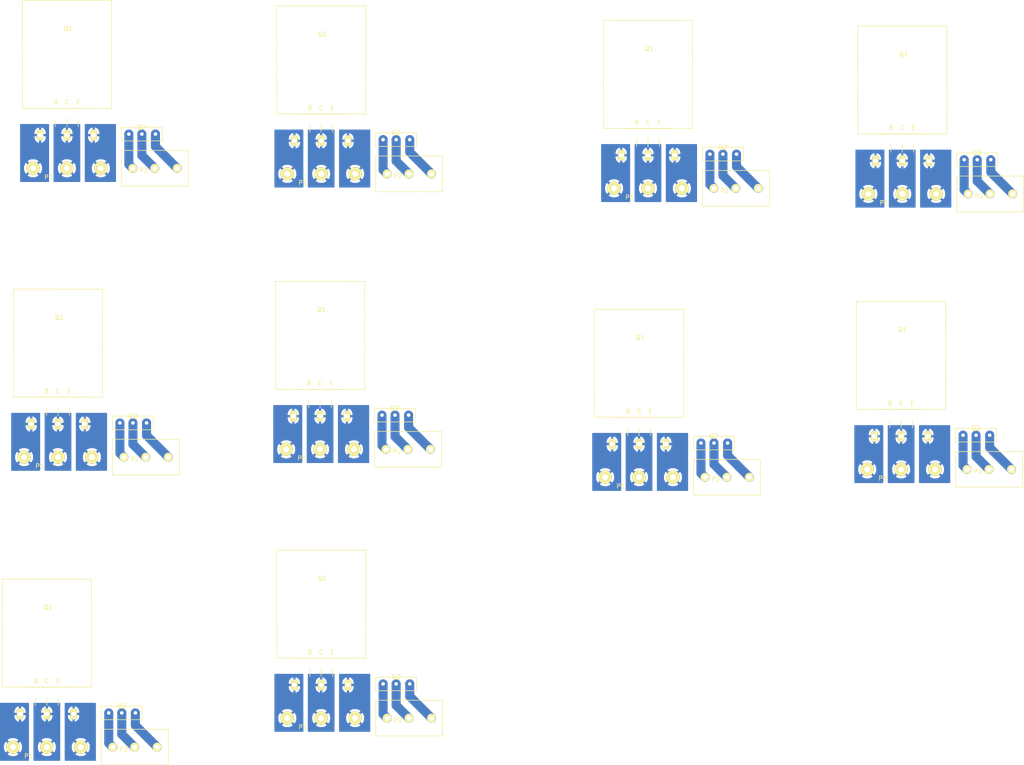
<source format=kicad_pcb>
(kicad_pcb (version 4) (host pcbnew "(after 2015-mar-04 BZR unknown)-product")

  (general
    (links 114)
    (no_connects 54)
    (area 21.25 19.754999 251.000001 191.700001)
    (thickness 1.6)
    (drawings 0)
    (tracks 60)
    (zones 0)
    (modules 40)
    (nets 7)
  )

  (page A4)
  (layers
    (0 F.Cu signal)
    (31 B.Cu signal)
    (32 B.Adhes user)
    (33 F.Adhes user)
    (34 B.Paste user)
    (35 F.Paste user)
    (36 B.SilkS user)
    (37 F.SilkS user)
    (38 B.Mask user)
    (39 F.Mask user)
    (40 Dwgs.User user)
    (41 Cmts.User user)
    (42 Eco1.User user)
    (43 Eco2.User user)
    (44 Edge.Cuts user)
    (45 Margin user)
    (46 B.CrtYd user)
    (47 F.CrtYd user)
    (48 B.Fab user)
    (49 F.Fab user)
  )

  (setup
    (last_trace_width 2.032)
    (trace_clearance 0.2)
    (zone_clearance 0.508)
    (zone_45_only no)
    (trace_min 0.2)
    (segment_width 0.2)
    (edge_width 0.1)
    (via_size 0.6)
    (via_drill 0.4)
    (via_min_size 0.4)
    (via_min_drill 0.3)
    (uvia_size 0.3)
    (uvia_drill 0.1)
    (uvias_allowed no)
    (uvia_min_size 0.2)
    (uvia_min_drill 0.1)
    (pcb_text_width 0.3)
    (pcb_text_size 1.5 1.5)
    (mod_edge_width 0.15)
    (mod_text_size 1 1)
    (mod_text_width 0.15)
    (pad_size 2.49936 1.50114)
    (pad_drill 1.00076)
    (pad_to_mask_clearance 0)
    (aux_axis_origin 0 0)
    (visible_elements FFFFFF7F)
    (pcbplotparams
      (layerselection 0x00030_80000001)
      (usegerberextensions false)
      (excludeedgelayer true)
      (linewidth 0.100000)
      (plotframeref false)
      (viasonmask false)
      (mode 1)
      (useauxorigin false)
      (hpglpennumber 1)
      (hpglpenspeed 20)
      (hpglpendiameter 15)
      (hpglpenoverlay 2)
      (psnegative false)
      (psa4output false)
      (plotreference true)
      (plotvalue true)
      (plotinvisibletext false)
      (padsonsilk false)
      (subtractmaskfromsilk false)
      (outputformat 1)
      (mirror false)
      (drillshape 1)
      (scaleselection 1)
      (outputdirectory ""))
  )

  (net 0 "")
  (net 1 "Net-(P1-Pad1)")
  (net 2 "Net-(P1-Pad2)")
  (net 3 "Net-(P1-Pad3)")
  (net 4 "Net-(P2-Pad1)")
  (net 5 "Net-(P2-Pad2)")
  (net 6 "Net-(P2-Pad3)")

  (net_class Default "This is the default net class."
    (clearance 0.2)
    (trace_width 2.032)
    (via_dia 0.6)
    (via_drill 0.4)
    (uvia_dia 0.3)
    (uvia_drill 0.1)
    (add_net "Net-(P1-Pad1)")
    (add_net "Net-(P1-Pad2)")
    (add_net "Net-(P1-Pad3)")
    (add_net "Net-(P2-Pad1)")
    (add_net "Net-(P2-Pad2)")
    (add_net "Net-(P2-Pad3)")
  )

  (module pcb:bornera_grande (layer F.Cu) (tedit 557611CC) (tstamp 5586D5D2)
    (at 158.9 62.175)
    (path /558607D8)
    (fp_text reference P1 (at 3.5 2) (layer F.SilkS)
      (effects (font (size 1 1) (thickness 0.15)))
    )
    (fp_text value CONN_01X03 (at 7.5 -2.5) (layer F.Fab)
      (effects (font (size 1 1) (thickness 0.15)))
    )
    (fp_line (start -2.5 -3) (end 18 -3) (layer B.Paste) (width 0.15))
    (fp_line (start 18 -3) (end 18 3) (layer B.Paste) (width 0.15))
    (fp_line (start 18 3) (end -2.5 3) (layer B.Paste) (width 0.15))
    (fp_line (start -2.5 3) (end -2.5 -3) (layer B.Paste) (width 0.15))
    (pad 1 thru_hole circle (at 0 0) (size 3 3) (drill 1.3) (layers *.Mask B.Cu F.SilkS)
      (net 1 "Net-(P1-Pad1)") (clearance 0.3))
    (pad 2 thru_hole circle (at 7.6 0) (size 3 3) (drill 1.3) (layers *.Mask B.Cu F.SilkS)
      (net 2 "Net-(P1-Pad2)") (clearance 0.3))
    (pad 3 thru_hole circle (at 15.2 0) (size 3 3) (drill 1.3) (layers *.Mask B.Cu F.SilkS)
      (net 3 "Net-(P1-Pad3)") (clearance 0.3))
  )

  (module pcb:bornera_chica (layer F.Cu) (tedit 55760F97) (tstamp 5586D5CC)
    (at 186.225 62.175)
    (path /55860819)
    (fp_text reference P2 (at -2.5 0.5) (layer F.SilkS)
      (effects (font (size 1 1) (thickness 0.15)))
    )
    (fp_text value CONN_01X03 (at -2.5 -0.5) (layer F.Fab)
      (effects (font (size 1 1) (thickness 0.15)))
    )
    (fp_line (start 2.5 -4) (end 7.5 -4) (layer F.SilkS) (width 0.15))
    (fp_line (start 7.5 -4) (end 7.5 4) (layer F.SilkS) (width 0.15))
    (fp_line (start 7.5 4) (end 2.5 4) (layer F.SilkS) (width 0.15))
    (fp_line (start -2.5 -4) (end 2.5 -4) (layer F.SilkS) (width 0.15))
    (fp_line (start 2.5 4) (end -7.5 4) (layer F.SilkS) (width 0.15))
    (fp_line (start -7.5 4) (end -7.5 -4) (layer F.SilkS) (width 0.15))
    (fp_line (start -7.5 -4) (end -2.5 -4) (layer F.SilkS) (width 0.15))
    (pad 1 thru_hole circle (at -4.95 0) (size 2 2) (drill 1.1) (layers *.Mask B.Cu F.SilkS)
      (net 4 "Net-(P2-Pad1)"))
    (pad 2 thru_hole circle (at -0.05 0) (size 2 2) (drill 1.1) (layers *.Mask B.Cu F.SilkS)
      (net 5 "Net-(P2-Pad2)"))
    (pad 3 thru_hole circle (at 5 0) (size 2 2) (drill 1.1) (layers *.Mask B.Cu F.SilkS)
      (net 6 "Net-(P2-Pad3)"))
  )

  (module pcb:transistor_salida (layer F.Cu) (tedit 5586D27B) (tstamp 5586D5C6)
    (at 166.5 54.75)
    (descr "TO-220, Bipolar-BCE, Horizontal,")
    (tags "TO-220, Bipolar-BCE, Horizontal,")
    (path /558606AE)
    (fp_text reference Q1 (at 0.29972 -23.91016) (layer F.SilkS)
      (effects (font (size 1 1) (thickness 0.15)))
    )
    (fp_text value Q_NPN_BCE (at -0.14986 2.99974) (layer F.Fab)
      (effects (font (size 1 1) (thickness 0.15)))
    )
    (fp_line (start 9.98 -6) (end -9.98 -6.03) (layer F.SilkS) (width 0.15))
    (fp_line (start 10 -30.21) (end 9.98 -5.99) (layer F.SilkS) (width 0.15))
    (fp_line (start 10 -30.21) (end -10 -30.22) (layer F.SilkS) (width 0.15))
    (fp_line (start -10 -30.22) (end -9.97 -6) (layer F.SilkS) (width 0.15))
    (fp_text user E (at 2.54 -7.39) (layer F.SilkS)
      (effects (font (size 1 1) (thickness 0.15)))
    )
    (fp_text user C (at 0 -7.39) (layer F.SilkS)
      (effects (font (size 1 1) (thickness 0.15)))
    )
    (fp_text user B (at -2.54 -7.39) (layer F.SilkS)
      (effects (font (size 1 1) (thickness 0.15)))
    )
    (fp_line (start -2.54 -3.683) (end -2.54 -1.905) (layer F.SilkS) (width 0.15))
    (fp_line (start 0 -3.683) (end 0 -1.905) (layer F.SilkS) (width 0.15))
    (fp_line (start 2.54 -3.683) (end 2.54 -1.905) (layer F.SilkS) (width 0.15))
    (fp_line (start 0 -5.993) (end -5.334 -5.993) (layer F.SilkS) (width 0.15))
    (fp_line (start 0 -5.993) (end 5.334 -5.993) (layer F.SilkS) (width 0.15))
    (pad 2 thru_hole oval (at 0 0 90) (size 2.49936 1.50114) (drill 1.00076) (layers *.Cu *.Mask F.SilkS)
      (net 2 "Net-(P1-Pad2)"))
    (pad 1 thru_hole oval (at -6 0 90) (size 2.49936 1.50114) (drill 1.00076) (layers *.Cu *.Mask F.SilkS)
      (net 1 "Net-(P1-Pad1)"))
    (pad 3 thru_hole oval (at 6 0 90) (size 2.49936 1.50114) (drill 1.00076) (layers *.Cu *.Mask F.SilkS)
      (net 3 "Net-(P1-Pad3)"))
    (model Transistors_TO-220.3dshapes/TO-220_Bipolar-BCE_Horizontal.wrl
      (at (xyz 0 0 0))
      (scale (xyz 0.3937 0.3937 0.3937))
      (rotate (xyz 0 0 0))
    )
  )

  (module pcb:TRANSISTOR_PARA_GCLASS (layer F.Cu) (tedit 55753D39) (tstamp 5586D5C0)
    (at 183.3 52.475)
    (path /55860721)
    (fp_text reference Q2 (at 0 0.5) (layer F.SilkS)
      (effects (font (size 1 1) (thickness 0.15)))
    )
    (fp_text value Q_NPN_ECB (at 0 -0.5) (layer F.Fab)
      (effects (font (size 1 1) (thickness 0.15)))
    )
    (fp_line (start -4.572 1.016) (end -4.572 3.556) (layer F.SilkS) (width 0.15))
    (fp_line (start -4.572 3.556) (end 4.572 3.556) (layer F.SilkS) (width 0.15))
    (fp_line (start 4.572 3.556) (end 4.572 0.508) (layer F.SilkS) (width 0.15))
    (fp_line (start 4.572 0.508) (end -4.572 0.508) (layer F.SilkS) (width 0.15))
    (fp_line (start -4.572 0.508) (end -4.572 1.016) (layer F.SilkS) (width 0.15))
    (pad 1 thru_hole circle (at -2.921 2.032) (size 2 2) (drill 0.8) (layers B.Cu)
      (net 4 "Net-(P2-Pad1)") (clearance 0.3))
    (pad 3 thru_hole circle (at 3.048 2.032) (size 2 2) (drill 0.8) (layers B.Cu)
      (net 6 "Net-(P2-Pad3)") (solder_mask_margin 0.1) (solder_paste_margin 0.1) (clearance 0.3))
    (pad 2 thru_hole circle (at 0 2.032) (size 2 2) (drill 0.8) (layers B.Cu)
      (net 5 "Net-(P2-Pad2)") (clearance 0.3))
  )

  (module pcb:bornera_grande (layer F.Cu) (tedit 557611CC) (tstamp 5586D5BA)
    (at 156.9 126.925)
    (path /558607D8)
    (fp_text reference P1 (at 3.5 2) (layer F.SilkS)
      (effects (font (size 1 1) (thickness 0.15)))
    )
    (fp_text value CONN_01X03 (at 7.5 -2.5) (layer F.Fab)
      (effects (font (size 1 1) (thickness 0.15)))
    )
    (fp_line (start -2.5 -3) (end 18 -3) (layer B.Paste) (width 0.15))
    (fp_line (start 18 -3) (end 18 3) (layer B.Paste) (width 0.15))
    (fp_line (start 18 3) (end -2.5 3) (layer B.Paste) (width 0.15))
    (fp_line (start -2.5 3) (end -2.5 -3) (layer B.Paste) (width 0.15))
    (pad 1 thru_hole circle (at 0 0) (size 3 3) (drill 1.3) (layers *.Mask B.Cu F.SilkS)
      (net 1 "Net-(P1-Pad1)") (clearance 0.3))
    (pad 2 thru_hole circle (at 7.6 0) (size 3 3) (drill 1.3) (layers *.Mask B.Cu F.SilkS)
      (net 2 "Net-(P1-Pad2)") (clearance 0.3))
    (pad 3 thru_hole circle (at 15.2 0) (size 3 3) (drill 1.3) (layers *.Mask B.Cu F.SilkS)
      (net 3 "Net-(P1-Pad3)") (clearance 0.3))
  )

  (module pcb:bornera_chica (layer F.Cu) (tedit 55760F97) (tstamp 5586D5B4)
    (at 184.225 126.925)
    (path /55860819)
    (fp_text reference P2 (at -2.5 0.5) (layer F.SilkS)
      (effects (font (size 1 1) (thickness 0.15)))
    )
    (fp_text value CONN_01X03 (at -2.5 -0.5) (layer F.Fab)
      (effects (font (size 1 1) (thickness 0.15)))
    )
    (fp_line (start 2.5 -4) (end 7.5 -4) (layer F.SilkS) (width 0.15))
    (fp_line (start 7.5 -4) (end 7.5 4) (layer F.SilkS) (width 0.15))
    (fp_line (start 7.5 4) (end 2.5 4) (layer F.SilkS) (width 0.15))
    (fp_line (start -2.5 -4) (end 2.5 -4) (layer F.SilkS) (width 0.15))
    (fp_line (start 2.5 4) (end -7.5 4) (layer F.SilkS) (width 0.15))
    (fp_line (start -7.5 4) (end -7.5 -4) (layer F.SilkS) (width 0.15))
    (fp_line (start -7.5 -4) (end -2.5 -4) (layer F.SilkS) (width 0.15))
    (pad 1 thru_hole circle (at -4.95 0) (size 2 2) (drill 1.1) (layers *.Mask B.Cu F.SilkS)
      (net 4 "Net-(P2-Pad1)"))
    (pad 2 thru_hole circle (at -0.05 0) (size 2 2) (drill 1.1) (layers *.Mask B.Cu F.SilkS)
      (net 5 "Net-(P2-Pad2)"))
    (pad 3 thru_hole circle (at 5 0) (size 2 2) (drill 1.1) (layers *.Mask B.Cu F.SilkS)
      (net 6 "Net-(P2-Pad3)"))
  )

  (module pcb:transistor_salida (layer F.Cu) (tedit 5586D27B) (tstamp 5586D5AE)
    (at 164.5 119.5)
    (descr "TO-220, Bipolar-BCE, Horizontal,")
    (tags "TO-220, Bipolar-BCE, Horizontal,")
    (path /558606AE)
    (fp_text reference Q1 (at 0.29972 -23.91016) (layer F.SilkS)
      (effects (font (size 1 1) (thickness 0.15)))
    )
    (fp_text value Q_NPN_BCE (at -0.14986 2.99974) (layer F.Fab)
      (effects (font (size 1 1) (thickness 0.15)))
    )
    (fp_line (start 9.98 -6) (end -9.98 -6.03) (layer F.SilkS) (width 0.15))
    (fp_line (start 10 -30.21) (end 9.98 -5.99) (layer F.SilkS) (width 0.15))
    (fp_line (start 10 -30.21) (end -10 -30.22) (layer F.SilkS) (width 0.15))
    (fp_line (start -10 -30.22) (end -9.97 -6) (layer F.SilkS) (width 0.15))
    (fp_text user E (at 2.54 -7.39) (layer F.SilkS)
      (effects (font (size 1 1) (thickness 0.15)))
    )
    (fp_text user C (at 0 -7.39) (layer F.SilkS)
      (effects (font (size 1 1) (thickness 0.15)))
    )
    (fp_text user B (at -2.54 -7.39) (layer F.SilkS)
      (effects (font (size 1 1) (thickness 0.15)))
    )
    (fp_line (start -2.54 -3.683) (end -2.54 -1.905) (layer F.SilkS) (width 0.15))
    (fp_line (start 0 -3.683) (end 0 -1.905) (layer F.SilkS) (width 0.15))
    (fp_line (start 2.54 -3.683) (end 2.54 -1.905) (layer F.SilkS) (width 0.15))
    (fp_line (start 0 -5.993) (end -5.334 -5.993) (layer F.SilkS) (width 0.15))
    (fp_line (start 0 -5.993) (end 5.334 -5.993) (layer F.SilkS) (width 0.15))
    (pad 2 thru_hole oval (at 0 0 90) (size 2.49936 1.50114) (drill 1.00076) (layers *.Cu *.Mask F.SilkS)
      (net 2 "Net-(P1-Pad2)"))
    (pad 1 thru_hole oval (at -6 0 90) (size 2.49936 1.50114) (drill 1.00076) (layers *.Cu *.Mask F.SilkS)
      (net 1 "Net-(P1-Pad1)"))
    (pad 3 thru_hole oval (at 6 0 90) (size 2.49936 1.50114) (drill 1.00076) (layers *.Cu *.Mask F.SilkS)
      (net 3 "Net-(P1-Pad3)"))
    (model Transistors_TO-220.3dshapes/TO-220_Bipolar-BCE_Horizontal.wrl
      (at (xyz 0 0 0))
      (scale (xyz 0.3937 0.3937 0.3937))
      (rotate (xyz 0 0 0))
    )
  )

  (module pcb:TRANSISTOR_PARA_GCLASS (layer F.Cu) (tedit 55753D39) (tstamp 5586D5A8)
    (at 181.3 117.225)
    (path /55860721)
    (fp_text reference Q2 (at 0 0.5) (layer F.SilkS)
      (effects (font (size 1 1) (thickness 0.15)))
    )
    (fp_text value Q_NPN_ECB (at 0 -0.5) (layer F.Fab)
      (effects (font (size 1 1) (thickness 0.15)))
    )
    (fp_line (start -4.572 1.016) (end -4.572 3.556) (layer F.SilkS) (width 0.15))
    (fp_line (start -4.572 3.556) (end 4.572 3.556) (layer F.SilkS) (width 0.15))
    (fp_line (start 4.572 3.556) (end 4.572 0.508) (layer F.SilkS) (width 0.15))
    (fp_line (start 4.572 0.508) (end -4.572 0.508) (layer F.SilkS) (width 0.15))
    (fp_line (start -4.572 0.508) (end -4.572 1.016) (layer F.SilkS) (width 0.15))
    (pad 1 thru_hole circle (at -2.921 2.032) (size 2 2) (drill 0.8) (layers B.Cu)
      (net 4 "Net-(P2-Pad1)") (clearance 0.3))
    (pad 3 thru_hole circle (at 3.048 2.032) (size 2 2) (drill 0.8) (layers B.Cu)
      (net 6 "Net-(P2-Pad3)") (solder_mask_margin 0.1) (solder_paste_margin 0.1) (clearance 0.3))
    (pad 2 thru_hole circle (at 0 2.032) (size 2 2) (drill 0.8) (layers B.Cu)
      (net 5 "Net-(P2-Pad2)") (clearance 0.3))
  )

  (module pcb:TRANSISTOR_PARA_GCLASS (layer F.Cu) (tedit 55753D39) (tstamp 5586D5A2)
    (at 240.05 115.475)
    (path /55860721)
    (fp_text reference Q2 (at 0 0.5) (layer F.SilkS)
      (effects (font (size 1 1) (thickness 0.15)))
    )
    (fp_text value Q_NPN_ECB (at 0 -0.5) (layer F.Fab)
      (effects (font (size 1 1) (thickness 0.15)))
    )
    (fp_line (start -4.572 1.016) (end -4.572 3.556) (layer F.SilkS) (width 0.15))
    (fp_line (start -4.572 3.556) (end 4.572 3.556) (layer F.SilkS) (width 0.15))
    (fp_line (start 4.572 3.556) (end 4.572 0.508) (layer F.SilkS) (width 0.15))
    (fp_line (start 4.572 0.508) (end -4.572 0.508) (layer F.SilkS) (width 0.15))
    (fp_line (start -4.572 0.508) (end -4.572 1.016) (layer F.SilkS) (width 0.15))
    (pad 1 thru_hole circle (at -2.921 2.032) (size 2 2) (drill 0.8) (layers B.Cu)
      (net 4 "Net-(P2-Pad1)") (clearance 0.3))
    (pad 3 thru_hole circle (at 3.048 2.032) (size 2 2) (drill 0.8) (layers B.Cu)
      (net 6 "Net-(P2-Pad3)") (solder_mask_margin 0.1) (solder_paste_margin 0.1) (clearance 0.3))
    (pad 2 thru_hole circle (at 0 2.032) (size 2 2) (drill 0.8) (layers B.Cu)
      (net 5 "Net-(P2-Pad2)") (clearance 0.3))
  )

  (module pcb:transistor_salida (layer F.Cu) (tedit 5586D27B) (tstamp 5586D59C)
    (at 223.25 117.75)
    (descr "TO-220, Bipolar-BCE, Horizontal,")
    (tags "TO-220, Bipolar-BCE, Horizontal,")
    (path /558606AE)
    (fp_text reference Q1 (at 0.29972 -23.91016) (layer F.SilkS)
      (effects (font (size 1 1) (thickness 0.15)))
    )
    (fp_text value Q_NPN_BCE (at -0.14986 2.99974) (layer F.Fab)
      (effects (font (size 1 1) (thickness 0.15)))
    )
    (fp_line (start 9.98 -6) (end -9.98 -6.03) (layer F.SilkS) (width 0.15))
    (fp_line (start 10 -30.21) (end 9.98 -5.99) (layer F.SilkS) (width 0.15))
    (fp_line (start 10 -30.21) (end -10 -30.22) (layer F.SilkS) (width 0.15))
    (fp_line (start -10 -30.22) (end -9.97 -6) (layer F.SilkS) (width 0.15))
    (fp_text user E (at 2.54 -7.39) (layer F.SilkS)
      (effects (font (size 1 1) (thickness 0.15)))
    )
    (fp_text user C (at 0 -7.39) (layer F.SilkS)
      (effects (font (size 1 1) (thickness 0.15)))
    )
    (fp_text user B (at -2.54 -7.39) (layer F.SilkS)
      (effects (font (size 1 1) (thickness 0.15)))
    )
    (fp_line (start -2.54 -3.683) (end -2.54 -1.905) (layer F.SilkS) (width 0.15))
    (fp_line (start 0 -3.683) (end 0 -1.905) (layer F.SilkS) (width 0.15))
    (fp_line (start 2.54 -3.683) (end 2.54 -1.905) (layer F.SilkS) (width 0.15))
    (fp_line (start 0 -5.993) (end -5.334 -5.993) (layer F.SilkS) (width 0.15))
    (fp_line (start 0 -5.993) (end 5.334 -5.993) (layer F.SilkS) (width 0.15))
    (pad 2 thru_hole oval (at 0 0 90) (size 2.49936 1.50114) (drill 1.00076) (layers *.Cu *.Mask F.SilkS)
      (net 2 "Net-(P1-Pad2)"))
    (pad 1 thru_hole oval (at -6 0 90) (size 2.49936 1.50114) (drill 1.00076) (layers *.Cu *.Mask F.SilkS)
      (net 1 "Net-(P1-Pad1)"))
    (pad 3 thru_hole oval (at 6 0 90) (size 2.49936 1.50114) (drill 1.00076) (layers *.Cu *.Mask F.SilkS)
      (net 3 "Net-(P1-Pad3)"))
    (model Transistors_TO-220.3dshapes/TO-220_Bipolar-BCE_Horizontal.wrl
      (at (xyz 0 0 0))
      (scale (xyz 0.3937 0.3937 0.3937))
      (rotate (xyz 0 0 0))
    )
  )

  (module pcb:bornera_chica (layer F.Cu) (tedit 55760F97) (tstamp 5586D596)
    (at 242.975 125.175)
    (path /55860819)
    (fp_text reference P2 (at -2.5 0.5) (layer F.SilkS)
      (effects (font (size 1 1) (thickness 0.15)))
    )
    (fp_text value CONN_01X03 (at -2.5 -0.5) (layer F.Fab)
      (effects (font (size 1 1) (thickness 0.15)))
    )
    (fp_line (start 2.5 -4) (end 7.5 -4) (layer F.SilkS) (width 0.15))
    (fp_line (start 7.5 -4) (end 7.5 4) (layer F.SilkS) (width 0.15))
    (fp_line (start 7.5 4) (end 2.5 4) (layer F.SilkS) (width 0.15))
    (fp_line (start -2.5 -4) (end 2.5 -4) (layer F.SilkS) (width 0.15))
    (fp_line (start 2.5 4) (end -7.5 4) (layer F.SilkS) (width 0.15))
    (fp_line (start -7.5 4) (end -7.5 -4) (layer F.SilkS) (width 0.15))
    (fp_line (start -7.5 -4) (end -2.5 -4) (layer F.SilkS) (width 0.15))
    (pad 1 thru_hole circle (at -4.95 0) (size 2 2) (drill 1.1) (layers *.Mask B.Cu F.SilkS)
      (net 4 "Net-(P2-Pad1)"))
    (pad 2 thru_hole circle (at -0.05 0) (size 2 2) (drill 1.1) (layers *.Mask B.Cu F.SilkS)
      (net 5 "Net-(P2-Pad2)"))
    (pad 3 thru_hole circle (at 5 0) (size 2 2) (drill 1.1) (layers *.Mask B.Cu F.SilkS)
      (net 6 "Net-(P2-Pad3)"))
  )

  (module pcb:bornera_grande (layer F.Cu) (tedit 557611CC) (tstamp 5586D590)
    (at 215.65 125.175)
    (path /558607D8)
    (fp_text reference P1 (at 3.5 2) (layer F.SilkS)
      (effects (font (size 1 1) (thickness 0.15)))
    )
    (fp_text value CONN_01X03 (at 7.5 -2.5) (layer F.Fab)
      (effects (font (size 1 1) (thickness 0.15)))
    )
    (fp_line (start -2.5 -3) (end 18 -3) (layer B.Paste) (width 0.15))
    (fp_line (start 18 -3) (end 18 3) (layer B.Paste) (width 0.15))
    (fp_line (start 18 3) (end -2.5 3) (layer B.Paste) (width 0.15))
    (fp_line (start -2.5 3) (end -2.5 -3) (layer B.Paste) (width 0.15))
    (pad 1 thru_hole circle (at 0 0) (size 3 3) (drill 1.3) (layers *.Mask B.Cu F.SilkS)
      (net 1 "Net-(P1-Pad1)") (clearance 0.3))
    (pad 2 thru_hole circle (at 7.6 0) (size 3 3) (drill 1.3) (layers *.Mask B.Cu F.SilkS)
      (net 2 "Net-(P1-Pad2)") (clearance 0.3))
    (pad 3 thru_hole circle (at 15.2 0) (size 3 3) (drill 1.3) (layers *.Mask B.Cu F.SilkS)
      (net 3 "Net-(P1-Pad3)") (clearance 0.3))
  )

  (module pcb:bornera_grande (layer F.Cu) (tedit 557611CC) (tstamp 5586D58A)
    (at 215.9 63.425)
    (path /558607D8)
    (fp_text reference P1 (at 3.5 2) (layer F.SilkS)
      (effects (font (size 1 1) (thickness 0.15)))
    )
    (fp_text value CONN_01X03 (at 7.5 -2.5) (layer F.Fab)
      (effects (font (size 1 1) (thickness 0.15)))
    )
    (fp_line (start -2.5 -3) (end 18 -3) (layer B.Paste) (width 0.15))
    (fp_line (start 18 -3) (end 18 3) (layer B.Paste) (width 0.15))
    (fp_line (start 18 3) (end -2.5 3) (layer B.Paste) (width 0.15))
    (fp_line (start -2.5 3) (end -2.5 -3) (layer B.Paste) (width 0.15))
    (pad 1 thru_hole circle (at 0 0) (size 3 3) (drill 1.3) (layers *.Mask B.Cu F.SilkS)
      (net 1 "Net-(P1-Pad1)") (clearance 0.3))
    (pad 2 thru_hole circle (at 7.6 0) (size 3 3) (drill 1.3) (layers *.Mask B.Cu F.SilkS)
      (net 2 "Net-(P1-Pad2)") (clearance 0.3))
    (pad 3 thru_hole circle (at 15.2 0) (size 3 3) (drill 1.3) (layers *.Mask B.Cu F.SilkS)
      (net 3 "Net-(P1-Pad3)") (clearance 0.3))
  )

  (module pcb:bornera_chica (layer F.Cu) (tedit 55760F97) (tstamp 5586D584)
    (at 243.225 63.425)
    (path /55860819)
    (fp_text reference P2 (at -2.5 0.5) (layer F.SilkS)
      (effects (font (size 1 1) (thickness 0.15)))
    )
    (fp_text value CONN_01X03 (at -2.5 -0.5) (layer F.Fab)
      (effects (font (size 1 1) (thickness 0.15)))
    )
    (fp_line (start 2.5 -4) (end 7.5 -4) (layer F.SilkS) (width 0.15))
    (fp_line (start 7.5 -4) (end 7.5 4) (layer F.SilkS) (width 0.15))
    (fp_line (start 7.5 4) (end 2.5 4) (layer F.SilkS) (width 0.15))
    (fp_line (start -2.5 -4) (end 2.5 -4) (layer F.SilkS) (width 0.15))
    (fp_line (start 2.5 4) (end -7.5 4) (layer F.SilkS) (width 0.15))
    (fp_line (start -7.5 4) (end -7.5 -4) (layer F.SilkS) (width 0.15))
    (fp_line (start -7.5 -4) (end -2.5 -4) (layer F.SilkS) (width 0.15))
    (pad 1 thru_hole circle (at -4.95 0) (size 2 2) (drill 1.1) (layers *.Mask B.Cu F.SilkS)
      (net 4 "Net-(P2-Pad1)"))
    (pad 2 thru_hole circle (at -0.05 0) (size 2 2) (drill 1.1) (layers *.Mask B.Cu F.SilkS)
      (net 5 "Net-(P2-Pad2)"))
    (pad 3 thru_hole circle (at 5 0) (size 2 2) (drill 1.1) (layers *.Mask B.Cu F.SilkS)
      (net 6 "Net-(P2-Pad3)"))
  )

  (module pcb:transistor_salida (layer F.Cu) (tedit 5586D27B) (tstamp 5586D57E)
    (at 223.5 56)
    (descr "TO-220, Bipolar-BCE, Horizontal,")
    (tags "TO-220, Bipolar-BCE, Horizontal,")
    (path /558606AE)
    (fp_text reference Q1 (at 0.29972 -23.91016) (layer F.SilkS)
      (effects (font (size 1 1) (thickness 0.15)))
    )
    (fp_text value Q_NPN_BCE (at -0.14986 2.99974) (layer F.Fab)
      (effects (font (size 1 1) (thickness 0.15)))
    )
    (fp_line (start 9.98 -6) (end -9.98 -6.03) (layer F.SilkS) (width 0.15))
    (fp_line (start 10 -30.21) (end 9.98 -5.99) (layer F.SilkS) (width 0.15))
    (fp_line (start 10 -30.21) (end -10 -30.22) (layer F.SilkS) (width 0.15))
    (fp_line (start -10 -30.22) (end -9.97 -6) (layer F.SilkS) (width 0.15))
    (fp_text user E (at 2.54 -7.39) (layer F.SilkS)
      (effects (font (size 1 1) (thickness 0.15)))
    )
    (fp_text user C (at 0 -7.39) (layer F.SilkS)
      (effects (font (size 1 1) (thickness 0.15)))
    )
    (fp_text user B (at -2.54 -7.39) (layer F.SilkS)
      (effects (font (size 1 1) (thickness 0.15)))
    )
    (fp_line (start -2.54 -3.683) (end -2.54 -1.905) (layer F.SilkS) (width 0.15))
    (fp_line (start 0 -3.683) (end 0 -1.905) (layer F.SilkS) (width 0.15))
    (fp_line (start 2.54 -3.683) (end 2.54 -1.905) (layer F.SilkS) (width 0.15))
    (fp_line (start 0 -5.993) (end -5.334 -5.993) (layer F.SilkS) (width 0.15))
    (fp_line (start 0 -5.993) (end 5.334 -5.993) (layer F.SilkS) (width 0.15))
    (pad 2 thru_hole oval (at 0 0 90) (size 2.49936 1.50114) (drill 1.00076) (layers *.Cu *.Mask F.SilkS)
      (net 2 "Net-(P1-Pad2)"))
    (pad 1 thru_hole oval (at -6 0 90) (size 2.49936 1.50114) (drill 1.00076) (layers *.Cu *.Mask F.SilkS)
      (net 1 "Net-(P1-Pad1)"))
    (pad 3 thru_hole oval (at 6 0 90) (size 2.49936 1.50114) (drill 1.00076) (layers *.Cu *.Mask F.SilkS)
      (net 3 "Net-(P1-Pad3)"))
    (model Transistors_TO-220.3dshapes/TO-220_Bipolar-BCE_Horizontal.wrl
      (at (xyz 0 0 0))
      (scale (xyz 0.3937 0.3937 0.3937))
      (rotate (xyz 0 0 0))
    )
  )

  (module pcb:TRANSISTOR_PARA_GCLASS (layer F.Cu) (tedit 55753D39) (tstamp 5586D578)
    (at 240.3 53.725)
    (path /55860721)
    (fp_text reference Q2 (at 0 0.5) (layer F.SilkS)
      (effects (font (size 1 1) (thickness 0.15)))
    )
    (fp_text value Q_NPN_ECB (at 0 -0.5) (layer F.Fab)
      (effects (font (size 1 1) (thickness 0.15)))
    )
    (fp_line (start -4.572 1.016) (end -4.572 3.556) (layer F.SilkS) (width 0.15))
    (fp_line (start -4.572 3.556) (end 4.572 3.556) (layer F.SilkS) (width 0.15))
    (fp_line (start 4.572 3.556) (end 4.572 0.508) (layer F.SilkS) (width 0.15))
    (fp_line (start 4.572 0.508) (end -4.572 0.508) (layer F.SilkS) (width 0.15))
    (fp_line (start -4.572 0.508) (end -4.572 1.016) (layer F.SilkS) (width 0.15))
    (pad 1 thru_hole circle (at -2.921 2.032) (size 2 2) (drill 0.8) (layers B.Cu)
      (net 4 "Net-(P2-Pad1)") (clearance 0.3))
    (pad 3 thru_hole circle (at 3.048 2.032) (size 2 2) (drill 0.8) (layers B.Cu)
      (net 6 "Net-(P2-Pad3)") (solder_mask_margin 0.1) (solder_paste_margin 0.1) (clearance 0.3))
    (pad 2 thru_hole circle (at 0 2.032) (size 2 2) (drill 0.8) (layers B.Cu)
      (net 5 "Net-(P2-Pad2)") (clearance 0.3))
  )

  (module pcb:TRANSISTOR_PARA_GCLASS (layer F.Cu) (tedit 55753D39) (tstamp 5586D569)
    (at 110.05 49.225)
    (path /55860721)
    (fp_text reference Q2 (at 0 0.5) (layer F.SilkS)
      (effects (font (size 1 1) (thickness 0.15)))
    )
    (fp_text value Q_NPN_ECB (at 0 -0.5) (layer F.Fab)
      (effects (font (size 1 1) (thickness 0.15)))
    )
    (fp_line (start -4.572 1.016) (end -4.572 3.556) (layer F.SilkS) (width 0.15))
    (fp_line (start -4.572 3.556) (end 4.572 3.556) (layer F.SilkS) (width 0.15))
    (fp_line (start 4.572 3.556) (end 4.572 0.508) (layer F.SilkS) (width 0.15))
    (fp_line (start 4.572 0.508) (end -4.572 0.508) (layer F.SilkS) (width 0.15))
    (fp_line (start -4.572 0.508) (end -4.572 1.016) (layer F.SilkS) (width 0.15))
    (pad 1 thru_hole circle (at -2.921 2.032) (size 2 2) (drill 0.8) (layers B.Cu)
      (net 4 "Net-(P2-Pad1)") (clearance 0.3))
    (pad 3 thru_hole circle (at 3.048 2.032) (size 2 2) (drill 0.8) (layers B.Cu)
      (net 6 "Net-(P2-Pad3)") (solder_mask_margin 0.1) (solder_paste_margin 0.1) (clearance 0.3))
    (pad 2 thru_hole circle (at 0 2.032) (size 2 2) (drill 0.8) (layers B.Cu)
      (net 5 "Net-(P2-Pad2)") (clearance 0.3))
  )

  (module pcb:transistor_salida (layer F.Cu) (tedit 5586D27B) (tstamp 5586D563)
    (at 93.25 51.5)
    (descr "TO-220, Bipolar-BCE, Horizontal,")
    (tags "TO-220, Bipolar-BCE, Horizontal,")
    (path /558606AE)
    (fp_text reference Q1 (at 0.29972 -23.91016) (layer F.SilkS)
      (effects (font (size 1 1) (thickness 0.15)))
    )
    (fp_text value Q_NPN_BCE (at -0.14986 2.99974) (layer F.Fab)
      (effects (font (size 1 1) (thickness 0.15)))
    )
    (fp_line (start 9.98 -6) (end -9.98 -6.03) (layer F.SilkS) (width 0.15))
    (fp_line (start 10 -30.21) (end 9.98 -5.99) (layer F.SilkS) (width 0.15))
    (fp_line (start 10 -30.21) (end -10 -30.22) (layer F.SilkS) (width 0.15))
    (fp_line (start -10 -30.22) (end -9.97 -6) (layer F.SilkS) (width 0.15))
    (fp_text user E (at 2.54 -7.39) (layer F.SilkS)
      (effects (font (size 1 1) (thickness 0.15)))
    )
    (fp_text user C (at 0 -7.39) (layer F.SilkS)
      (effects (font (size 1 1) (thickness 0.15)))
    )
    (fp_text user B (at -2.54 -7.39) (layer F.SilkS)
      (effects (font (size 1 1) (thickness 0.15)))
    )
    (fp_line (start -2.54 -3.683) (end -2.54 -1.905) (layer F.SilkS) (width 0.15))
    (fp_line (start 0 -3.683) (end 0 -1.905) (layer F.SilkS) (width 0.15))
    (fp_line (start 2.54 -3.683) (end 2.54 -1.905) (layer F.SilkS) (width 0.15))
    (fp_line (start 0 -5.993) (end -5.334 -5.993) (layer F.SilkS) (width 0.15))
    (fp_line (start 0 -5.993) (end 5.334 -5.993) (layer F.SilkS) (width 0.15))
    (pad 2 thru_hole oval (at 0 0 90) (size 2.49936 1.50114) (drill 1.00076) (layers *.Cu *.Mask F.SilkS)
      (net 2 "Net-(P1-Pad2)"))
    (pad 1 thru_hole oval (at -6 0 90) (size 2.49936 1.50114) (drill 1.00076) (layers *.Cu *.Mask F.SilkS)
      (net 1 "Net-(P1-Pad1)"))
    (pad 3 thru_hole oval (at 6 0 90) (size 2.49936 1.50114) (drill 1.00076) (layers *.Cu *.Mask F.SilkS)
      (net 3 "Net-(P1-Pad3)"))
    (model Transistors_TO-220.3dshapes/TO-220_Bipolar-BCE_Horizontal.wrl
      (at (xyz 0 0 0))
      (scale (xyz 0.3937 0.3937 0.3937))
      (rotate (xyz 0 0 0))
    )
  )

  (module pcb:bornera_chica (layer F.Cu) (tedit 55760F97) (tstamp 5586D55D)
    (at 112.975 58.925)
    (path /55860819)
    (fp_text reference P2 (at -2.5 0.5) (layer F.SilkS)
      (effects (font (size 1 1) (thickness 0.15)))
    )
    (fp_text value CONN_01X03 (at -2.5 -0.5) (layer F.Fab)
      (effects (font (size 1 1) (thickness 0.15)))
    )
    (fp_line (start 2.5 -4) (end 7.5 -4) (layer F.SilkS) (width 0.15))
    (fp_line (start 7.5 -4) (end 7.5 4) (layer F.SilkS) (width 0.15))
    (fp_line (start 7.5 4) (end 2.5 4) (layer F.SilkS) (width 0.15))
    (fp_line (start -2.5 -4) (end 2.5 -4) (layer F.SilkS) (width 0.15))
    (fp_line (start 2.5 4) (end -7.5 4) (layer F.SilkS) (width 0.15))
    (fp_line (start -7.5 4) (end -7.5 -4) (layer F.SilkS) (width 0.15))
    (fp_line (start -7.5 -4) (end -2.5 -4) (layer F.SilkS) (width 0.15))
    (pad 1 thru_hole circle (at -4.95 0) (size 2 2) (drill 1.1) (layers *.Mask B.Cu F.SilkS)
      (net 4 "Net-(P2-Pad1)"))
    (pad 2 thru_hole circle (at -0.05 0) (size 2 2) (drill 1.1) (layers *.Mask B.Cu F.SilkS)
      (net 5 "Net-(P2-Pad2)"))
    (pad 3 thru_hole circle (at 5 0) (size 2 2) (drill 1.1) (layers *.Mask B.Cu F.SilkS)
      (net 6 "Net-(P2-Pad3)"))
  )

  (module pcb:bornera_grande (layer F.Cu) (tedit 557611CC) (tstamp 5586D557)
    (at 85.65 58.925)
    (path /558607D8)
    (fp_text reference P1 (at 3.5 2) (layer F.SilkS)
      (effects (font (size 1 1) (thickness 0.15)))
    )
    (fp_text value CONN_01X03 (at 7.5 -2.5) (layer F.Fab)
      (effects (font (size 1 1) (thickness 0.15)))
    )
    (fp_line (start -2.5 -3) (end 18 -3) (layer B.Paste) (width 0.15))
    (fp_line (start 18 -3) (end 18 3) (layer B.Paste) (width 0.15))
    (fp_line (start 18 3) (end -2.5 3) (layer B.Paste) (width 0.15))
    (fp_line (start -2.5 3) (end -2.5 -3) (layer B.Paste) (width 0.15))
    (pad 1 thru_hole circle (at 0 0) (size 3 3) (drill 1.3) (layers *.Mask B.Cu F.SilkS)
      (net 1 "Net-(P1-Pad1)") (clearance 0.3))
    (pad 2 thru_hole circle (at 7.6 0) (size 3 3) (drill 1.3) (layers *.Mask B.Cu F.SilkS)
      (net 2 "Net-(P1-Pad2)") (clearance 0.3))
    (pad 3 thru_hole circle (at 15.2 0) (size 3 3) (drill 1.3) (layers *.Mask B.Cu F.SilkS)
      (net 3 "Net-(P1-Pad3)") (clearance 0.3))
  )

  (module pcb:bornera_grande (layer F.Cu) (tedit 557611CC) (tstamp 5586D548)
    (at 85.4 120.675)
    (path /558607D8)
    (fp_text reference P1 (at 3.5 2) (layer F.SilkS)
      (effects (font (size 1 1) (thickness 0.15)))
    )
    (fp_text value CONN_01X03 (at 7.5 -2.5) (layer F.Fab)
      (effects (font (size 1 1) (thickness 0.15)))
    )
    (fp_line (start -2.5 -3) (end 18 -3) (layer B.Paste) (width 0.15))
    (fp_line (start 18 -3) (end 18 3) (layer B.Paste) (width 0.15))
    (fp_line (start 18 3) (end -2.5 3) (layer B.Paste) (width 0.15))
    (fp_line (start -2.5 3) (end -2.5 -3) (layer B.Paste) (width 0.15))
    (pad 1 thru_hole circle (at 0 0) (size 3 3) (drill 1.3) (layers *.Mask B.Cu F.SilkS)
      (net 1 "Net-(P1-Pad1)") (clearance 0.3))
    (pad 2 thru_hole circle (at 7.6 0) (size 3 3) (drill 1.3) (layers *.Mask B.Cu F.SilkS)
      (net 2 "Net-(P1-Pad2)") (clearance 0.3))
    (pad 3 thru_hole circle (at 15.2 0) (size 3 3) (drill 1.3) (layers *.Mask B.Cu F.SilkS)
      (net 3 "Net-(P1-Pad3)") (clearance 0.3))
  )

  (module pcb:bornera_chica (layer F.Cu) (tedit 55760F97) (tstamp 5586D542)
    (at 112.725 120.675)
    (path /55860819)
    (fp_text reference P2 (at -2.5 0.5) (layer F.SilkS)
      (effects (font (size 1 1) (thickness 0.15)))
    )
    (fp_text value CONN_01X03 (at -2.5 -0.5) (layer F.Fab)
      (effects (font (size 1 1) (thickness 0.15)))
    )
    (fp_line (start 2.5 -4) (end 7.5 -4) (layer F.SilkS) (width 0.15))
    (fp_line (start 7.5 -4) (end 7.5 4) (layer F.SilkS) (width 0.15))
    (fp_line (start 7.5 4) (end 2.5 4) (layer F.SilkS) (width 0.15))
    (fp_line (start -2.5 -4) (end 2.5 -4) (layer F.SilkS) (width 0.15))
    (fp_line (start 2.5 4) (end -7.5 4) (layer F.SilkS) (width 0.15))
    (fp_line (start -7.5 4) (end -7.5 -4) (layer F.SilkS) (width 0.15))
    (fp_line (start -7.5 -4) (end -2.5 -4) (layer F.SilkS) (width 0.15))
    (pad 1 thru_hole circle (at -4.95 0) (size 2 2) (drill 1.1) (layers *.Mask B.Cu F.SilkS)
      (net 4 "Net-(P2-Pad1)"))
    (pad 2 thru_hole circle (at -0.05 0) (size 2 2) (drill 1.1) (layers *.Mask B.Cu F.SilkS)
      (net 5 "Net-(P2-Pad2)"))
    (pad 3 thru_hole circle (at 5 0) (size 2 2) (drill 1.1) (layers *.Mask B.Cu F.SilkS)
      (net 6 "Net-(P2-Pad3)"))
  )

  (module pcb:transistor_salida (layer F.Cu) (tedit 5586D27B) (tstamp 5586D53C)
    (at 93 113.25)
    (descr "TO-220, Bipolar-BCE, Horizontal,")
    (tags "TO-220, Bipolar-BCE, Horizontal,")
    (path /558606AE)
    (fp_text reference Q1 (at 0.29972 -23.91016) (layer F.SilkS)
      (effects (font (size 1 1) (thickness 0.15)))
    )
    (fp_text value Q_NPN_BCE (at -0.14986 2.99974) (layer F.Fab)
      (effects (font (size 1 1) (thickness 0.15)))
    )
    (fp_line (start 9.98 -6) (end -9.98 -6.03) (layer F.SilkS) (width 0.15))
    (fp_line (start 10 -30.21) (end 9.98 -5.99) (layer F.SilkS) (width 0.15))
    (fp_line (start 10 -30.21) (end -10 -30.22) (layer F.SilkS) (width 0.15))
    (fp_line (start -10 -30.22) (end -9.97 -6) (layer F.SilkS) (width 0.15))
    (fp_text user E (at 2.54 -7.39) (layer F.SilkS)
      (effects (font (size 1 1) (thickness 0.15)))
    )
    (fp_text user C (at 0 -7.39) (layer F.SilkS)
      (effects (font (size 1 1) (thickness 0.15)))
    )
    (fp_text user B (at -2.54 -7.39) (layer F.SilkS)
      (effects (font (size 1 1) (thickness 0.15)))
    )
    (fp_line (start -2.54 -3.683) (end -2.54 -1.905) (layer F.SilkS) (width 0.15))
    (fp_line (start 0 -3.683) (end 0 -1.905) (layer F.SilkS) (width 0.15))
    (fp_line (start 2.54 -3.683) (end 2.54 -1.905) (layer F.SilkS) (width 0.15))
    (fp_line (start 0 -5.993) (end -5.334 -5.993) (layer F.SilkS) (width 0.15))
    (fp_line (start 0 -5.993) (end 5.334 -5.993) (layer F.SilkS) (width 0.15))
    (pad 2 thru_hole oval (at 0 0 90) (size 2.49936 1.50114) (drill 1.00076) (layers *.Cu *.Mask F.SilkS)
      (net 2 "Net-(P1-Pad2)"))
    (pad 1 thru_hole oval (at -6 0 90) (size 2.49936 1.50114) (drill 1.00076) (layers *.Cu *.Mask F.SilkS)
      (net 1 "Net-(P1-Pad1)"))
    (pad 3 thru_hole oval (at 6 0 90) (size 2.49936 1.50114) (drill 1.00076) (layers *.Cu *.Mask F.SilkS)
      (net 3 "Net-(P1-Pad3)"))
    (model Transistors_TO-220.3dshapes/TO-220_Bipolar-BCE_Horizontal.wrl
      (at (xyz 0 0 0))
      (scale (xyz 0.3937 0.3937 0.3937))
      (rotate (xyz 0 0 0))
    )
  )

  (module pcb:TRANSISTOR_PARA_GCLASS (layer F.Cu) (tedit 55753D39) (tstamp 5586D536)
    (at 109.8 110.975)
    (path /55860721)
    (fp_text reference Q2 (at 0 0.5) (layer F.SilkS)
      (effects (font (size 1 1) (thickness 0.15)))
    )
    (fp_text value Q_NPN_ECB (at 0 -0.5) (layer F.Fab)
      (effects (font (size 1 1) (thickness 0.15)))
    )
    (fp_line (start -4.572 1.016) (end -4.572 3.556) (layer F.SilkS) (width 0.15))
    (fp_line (start -4.572 3.556) (end 4.572 3.556) (layer F.SilkS) (width 0.15))
    (fp_line (start 4.572 3.556) (end 4.572 0.508) (layer F.SilkS) (width 0.15))
    (fp_line (start 4.572 0.508) (end -4.572 0.508) (layer F.SilkS) (width 0.15))
    (fp_line (start -4.572 0.508) (end -4.572 1.016) (layer F.SilkS) (width 0.15))
    (pad 1 thru_hole circle (at -2.921 2.032) (size 2 2) (drill 0.8) (layers B.Cu)
      (net 4 "Net-(P2-Pad1)") (clearance 0.3))
    (pad 3 thru_hole circle (at 3.048 2.032) (size 2 2) (drill 0.8) (layers B.Cu)
      (net 6 "Net-(P2-Pad3)") (solder_mask_margin 0.1) (solder_paste_margin 0.1) (clearance 0.3))
    (pad 2 thru_hole circle (at 0 2.032) (size 2 2) (drill 0.8) (layers B.Cu)
      (net 5 "Net-(P2-Pad2)") (clearance 0.3))
  )

  (module pcb:TRANSISTOR_PARA_GCLASS (layer F.Cu) (tedit 55753D39) (tstamp 5586D527)
    (at 110.05 171.225)
    (path /55860721)
    (fp_text reference Q2 (at 0 0.5) (layer F.SilkS)
      (effects (font (size 1 1) (thickness 0.15)))
    )
    (fp_text value Q_NPN_ECB (at 0 -0.5) (layer F.Fab)
      (effects (font (size 1 1) (thickness 0.15)))
    )
    (fp_line (start -4.572 1.016) (end -4.572 3.556) (layer F.SilkS) (width 0.15))
    (fp_line (start -4.572 3.556) (end 4.572 3.556) (layer F.SilkS) (width 0.15))
    (fp_line (start 4.572 3.556) (end 4.572 0.508) (layer F.SilkS) (width 0.15))
    (fp_line (start 4.572 0.508) (end -4.572 0.508) (layer F.SilkS) (width 0.15))
    (fp_line (start -4.572 0.508) (end -4.572 1.016) (layer F.SilkS) (width 0.15))
    (pad 1 thru_hole circle (at -2.921 2.032) (size 2 2) (drill 0.8) (layers B.Cu)
      (net 4 "Net-(P2-Pad1)") (clearance 0.3))
    (pad 3 thru_hole circle (at 3.048 2.032) (size 2 2) (drill 0.8) (layers B.Cu)
      (net 6 "Net-(P2-Pad3)") (solder_mask_margin 0.1) (solder_paste_margin 0.1) (clearance 0.3))
    (pad 2 thru_hole circle (at 0 2.032) (size 2 2) (drill 0.8) (layers B.Cu)
      (net 5 "Net-(P2-Pad2)") (clearance 0.3))
  )

  (module pcb:transistor_salida (layer F.Cu) (tedit 5586D27B) (tstamp 5586D521)
    (at 93.25 173.5)
    (descr "TO-220, Bipolar-BCE, Horizontal,")
    (tags "TO-220, Bipolar-BCE, Horizontal,")
    (path /558606AE)
    (fp_text reference Q1 (at 0.29972 -23.91016) (layer F.SilkS)
      (effects (font (size 1 1) (thickness 0.15)))
    )
    (fp_text value Q_NPN_BCE (at -0.14986 2.99974) (layer F.Fab)
      (effects (font (size 1 1) (thickness 0.15)))
    )
    (fp_line (start 9.98 -6) (end -9.98 -6.03) (layer F.SilkS) (width 0.15))
    (fp_line (start 10 -30.21) (end 9.98 -5.99) (layer F.SilkS) (width 0.15))
    (fp_line (start 10 -30.21) (end -10 -30.22) (layer F.SilkS) (width 0.15))
    (fp_line (start -10 -30.22) (end -9.97 -6) (layer F.SilkS) (width 0.15))
    (fp_text user E (at 2.54 -7.39) (layer F.SilkS)
      (effects (font (size 1 1) (thickness 0.15)))
    )
    (fp_text user C (at 0 -7.39) (layer F.SilkS)
      (effects (font (size 1 1) (thickness 0.15)))
    )
    (fp_text user B (at -2.54 -7.39) (layer F.SilkS)
      (effects (font (size 1 1) (thickness 0.15)))
    )
    (fp_line (start -2.54 -3.683) (end -2.54 -1.905) (layer F.SilkS) (width 0.15))
    (fp_line (start 0 -3.683) (end 0 -1.905) (layer F.SilkS) (width 0.15))
    (fp_line (start 2.54 -3.683) (end 2.54 -1.905) (layer F.SilkS) (width 0.15))
    (fp_line (start 0 -5.993) (end -5.334 -5.993) (layer F.SilkS) (width 0.15))
    (fp_line (start 0 -5.993) (end 5.334 -5.993) (layer F.SilkS) (width 0.15))
    (pad 2 thru_hole oval (at 0 0 90) (size 2.49936 1.50114) (drill 1.00076) (layers *.Cu *.Mask F.SilkS)
      (net 2 "Net-(P1-Pad2)"))
    (pad 1 thru_hole oval (at -6 0 90) (size 2.49936 1.50114) (drill 1.00076) (layers *.Cu *.Mask F.SilkS)
      (net 1 "Net-(P1-Pad1)"))
    (pad 3 thru_hole oval (at 6 0 90) (size 2.49936 1.50114) (drill 1.00076) (layers *.Cu *.Mask F.SilkS)
      (net 3 "Net-(P1-Pad3)"))
    (model Transistors_TO-220.3dshapes/TO-220_Bipolar-BCE_Horizontal.wrl
      (at (xyz 0 0 0))
      (scale (xyz 0.3937 0.3937 0.3937))
      (rotate (xyz 0 0 0))
    )
  )

  (module pcb:bornera_chica (layer F.Cu) (tedit 55760F97) (tstamp 5586D51B)
    (at 112.975 180.925)
    (path /55860819)
    (fp_text reference P2 (at -2.5 0.5) (layer F.SilkS)
      (effects (font (size 1 1) (thickness 0.15)))
    )
    (fp_text value CONN_01X03 (at -2.5 -0.5) (layer F.Fab)
      (effects (font (size 1 1) (thickness 0.15)))
    )
    (fp_line (start 2.5 -4) (end 7.5 -4) (layer F.SilkS) (width 0.15))
    (fp_line (start 7.5 -4) (end 7.5 4) (layer F.SilkS) (width 0.15))
    (fp_line (start 7.5 4) (end 2.5 4) (layer F.SilkS) (width 0.15))
    (fp_line (start -2.5 -4) (end 2.5 -4) (layer F.SilkS) (width 0.15))
    (fp_line (start 2.5 4) (end -7.5 4) (layer F.SilkS) (width 0.15))
    (fp_line (start -7.5 4) (end -7.5 -4) (layer F.SilkS) (width 0.15))
    (fp_line (start -7.5 -4) (end -2.5 -4) (layer F.SilkS) (width 0.15))
    (pad 1 thru_hole circle (at -4.95 0) (size 2 2) (drill 1.1) (layers *.Mask B.Cu F.SilkS)
      (net 4 "Net-(P2-Pad1)"))
    (pad 2 thru_hole circle (at -0.05 0) (size 2 2) (drill 1.1) (layers *.Mask B.Cu F.SilkS)
      (net 5 "Net-(P2-Pad2)"))
    (pad 3 thru_hole circle (at 5 0) (size 2 2) (drill 1.1) (layers *.Mask B.Cu F.SilkS)
      (net 6 "Net-(P2-Pad3)"))
  )

  (module pcb:bornera_grande (layer F.Cu) (tedit 557611CC) (tstamp 5586D515)
    (at 85.65 180.925)
    (path /558607D8)
    (fp_text reference P1 (at 3.5 2) (layer F.SilkS)
      (effects (font (size 1 1) (thickness 0.15)))
    )
    (fp_text value CONN_01X03 (at 7.5 -2.5) (layer F.Fab)
      (effects (font (size 1 1) (thickness 0.15)))
    )
    (fp_line (start -2.5 -3) (end 18 -3) (layer B.Paste) (width 0.15))
    (fp_line (start 18 -3) (end 18 3) (layer B.Paste) (width 0.15))
    (fp_line (start 18 3) (end -2.5 3) (layer B.Paste) (width 0.15))
    (fp_line (start -2.5 3) (end -2.5 -3) (layer B.Paste) (width 0.15))
    (pad 1 thru_hole circle (at 0 0) (size 3 3) (drill 1.3) (layers *.Mask B.Cu F.SilkS)
      (net 1 "Net-(P1-Pad1)") (clearance 0.3))
    (pad 2 thru_hole circle (at 7.6 0) (size 3 3) (drill 1.3) (layers *.Mask B.Cu F.SilkS)
      (net 2 "Net-(P1-Pad2)") (clearance 0.3))
    (pad 3 thru_hole circle (at 15.2 0) (size 3 3) (drill 1.3) (layers *.Mask B.Cu F.SilkS)
      (net 3 "Net-(P1-Pad3)") (clearance 0.3))
  )

  (module pcb:TRANSISTOR_PARA_GCLASS (layer F.Cu) (tedit 55753D39) (tstamp 5586D506)
    (at 51.05 112.725)
    (path /55860721)
    (fp_text reference Q2 (at 0 0.5) (layer F.SilkS)
      (effects (font (size 1 1) (thickness 0.15)))
    )
    (fp_text value Q_NPN_ECB (at 0 -0.5) (layer F.Fab)
      (effects (font (size 1 1) (thickness 0.15)))
    )
    (fp_line (start -4.572 1.016) (end -4.572 3.556) (layer F.SilkS) (width 0.15))
    (fp_line (start -4.572 3.556) (end 4.572 3.556) (layer F.SilkS) (width 0.15))
    (fp_line (start 4.572 3.556) (end 4.572 0.508) (layer F.SilkS) (width 0.15))
    (fp_line (start 4.572 0.508) (end -4.572 0.508) (layer F.SilkS) (width 0.15))
    (fp_line (start -4.572 0.508) (end -4.572 1.016) (layer F.SilkS) (width 0.15))
    (pad 1 thru_hole circle (at -2.921 2.032) (size 2 2) (drill 0.8) (layers B.Cu)
      (net 4 "Net-(P2-Pad1)") (clearance 0.3))
    (pad 3 thru_hole circle (at 3.048 2.032) (size 2 2) (drill 0.8) (layers B.Cu)
      (net 6 "Net-(P2-Pad3)") (solder_mask_margin 0.1) (solder_paste_margin 0.1) (clearance 0.3))
    (pad 2 thru_hole circle (at 0 2.032) (size 2 2) (drill 0.8) (layers B.Cu)
      (net 5 "Net-(P2-Pad2)") (clearance 0.3))
  )

  (module pcb:transistor_salida (layer F.Cu) (tedit 5586D27B) (tstamp 5586D500)
    (at 34.25 115)
    (descr "TO-220, Bipolar-BCE, Horizontal,")
    (tags "TO-220, Bipolar-BCE, Horizontal,")
    (path /558606AE)
    (fp_text reference Q1 (at 0.29972 -23.91016) (layer F.SilkS)
      (effects (font (size 1 1) (thickness 0.15)))
    )
    (fp_text value Q_NPN_BCE (at -0.14986 2.99974) (layer F.Fab)
      (effects (font (size 1 1) (thickness 0.15)))
    )
    (fp_line (start 9.98 -6) (end -9.98 -6.03) (layer F.SilkS) (width 0.15))
    (fp_line (start 10 -30.21) (end 9.98 -5.99) (layer F.SilkS) (width 0.15))
    (fp_line (start 10 -30.21) (end -10 -30.22) (layer F.SilkS) (width 0.15))
    (fp_line (start -10 -30.22) (end -9.97 -6) (layer F.SilkS) (width 0.15))
    (fp_text user E (at 2.54 -7.39) (layer F.SilkS)
      (effects (font (size 1 1) (thickness 0.15)))
    )
    (fp_text user C (at 0 -7.39) (layer F.SilkS)
      (effects (font (size 1 1) (thickness 0.15)))
    )
    (fp_text user B (at -2.54 -7.39) (layer F.SilkS)
      (effects (font (size 1 1) (thickness 0.15)))
    )
    (fp_line (start -2.54 -3.683) (end -2.54 -1.905) (layer F.SilkS) (width 0.15))
    (fp_line (start 0 -3.683) (end 0 -1.905) (layer F.SilkS) (width 0.15))
    (fp_line (start 2.54 -3.683) (end 2.54 -1.905) (layer F.SilkS) (width 0.15))
    (fp_line (start 0 -5.993) (end -5.334 -5.993) (layer F.SilkS) (width 0.15))
    (fp_line (start 0 -5.993) (end 5.334 -5.993) (layer F.SilkS) (width 0.15))
    (pad 2 thru_hole oval (at 0 0 90) (size 2.49936 1.50114) (drill 1.00076) (layers *.Cu *.Mask F.SilkS)
      (net 2 "Net-(P1-Pad2)"))
    (pad 1 thru_hole oval (at -6 0 90) (size 2.49936 1.50114) (drill 1.00076) (layers *.Cu *.Mask F.SilkS)
      (net 1 "Net-(P1-Pad1)"))
    (pad 3 thru_hole oval (at 6 0 90) (size 2.49936 1.50114) (drill 1.00076) (layers *.Cu *.Mask F.SilkS)
      (net 3 "Net-(P1-Pad3)"))
    (model Transistors_TO-220.3dshapes/TO-220_Bipolar-BCE_Horizontal.wrl
      (at (xyz 0 0 0))
      (scale (xyz 0.3937 0.3937 0.3937))
      (rotate (xyz 0 0 0))
    )
  )

  (module pcb:bornera_chica (layer F.Cu) (tedit 55760F97) (tstamp 5586D4FA)
    (at 53.975 122.425)
    (path /55860819)
    (fp_text reference P2 (at -2.5 0.5) (layer F.SilkS)
      (effects (font (size 1 1) (thickness 0.15)))
    )
    (fp_text value CONN_01X03 (at -2.5 -0.5) (layer F.Fab)
      (effects (font (size 1 1) (thickness 0.15)))
    )
    (fp_line (start 2.5 -4) (end 7.5 -4) (layer F.SilkS) (width 0.15))
    (fp_line (start 7.5 -4) (end 7.5 4) (layer F.SilkS) (width 0.15))
    (fp_line (start 7.5 4) (end 2.5 4) (layer F.SilkS) (width 0.15))
    (fp_line (start -2.5 -4) (end 2.5 -4) (layer F.SilkS) (width 0.15))
    (fp_line (start 2.5 4) (end -7.5 4) (layer F.SilkS) (width 0.15))
    (fp_line (start -7.5 4) (end -7.5 -4) (layer F.SilkS) (width 0.15))
    (fp_line (start -7.5 -4) (end -2.5 -4) (layer F.SilkS) (width 0.15))
    (pad 1 thru_hole circle (at -4.95 0) (size 2 2) (drill 1.1) (layers *.Mask B.Cu F.SilkS)
      (net 4 "Net-(P2-Pad1)"))
    (pad 2 thru_hole circle (at -0.05 0) (size 2 2) (drill 1.1) (layers *.Mask B.Cu F.SilkS)
      (net 5 "Net-(P2-Pad2)"))
    (pad 3 thru_hole circle (at 5 0) (size 2 2) (drill 1.1) (layers *.Mask B.Cu F.SilkS)
      (net 6 "Net-(P2-Pad3)"))
  )

  (module pcb:bornera_grande (layer F.Cu) (tedit 557611CC) (tstamp 5586D4F4)
    (at 26.65 122.425)
    (path /558607D8)
    (fp_text reference P1 (at 3.5 2) (layer F.SilkS)
      (effects (font (size 1 1) (thickness 0.15)))
    )
    (fp_text value CONN_01X03 (at 7.5 -2.5) (layer F.Fab)
      (effects (font (size 1 1) (thickness 0.15)))
    )
    (fp_line (start -2.5 -3) (end 18 -3) (layer B.Paste) (width 0.15))
    (fp_line (start 18 -3) (end 18 3) (layer B.Paste) (width 0.15))
    (fp_line (start 18 3) (end -2.5 3) (layer B.Paste) (width 0.15))
    (fp_line (start -2.5 3) (end -2.5 -3) (layer B.Paste) (width 0.15))
    (pad 1 thru_hole circle (at 0 0) (size 3 3) (drill 1.3) (layers *.Mask B.Cu F.SilkS)
      (net 1 "Net-(P1-Pad1)") (clearance 0.3))
    (pad 2 thru_hole circle (at 7.6 0) (size 3 3) (drill 1.3) (layers *.Mask B.Cu F.SilkS)
      (net 2 "Net-(P1-Pad2)") (clearance 0.3))
    (pad 3 thru_hole circle (at 15.2 0) (size 3 3) (drill 1.3) (layers *.Mask B.Cu F.SilkS)
      (net 3 "Net-(P1-Pad3)") (clearance 0.3))
  )

  (module pcb:TRANSISTOR_PARA_GCLASS (layer F.Cu) (tedit 55753D39) (tstamp 5586D4D5)
    (at 53.05 47.975)
    (path /55860721)
    (fp_text reference Q2 (at 0 0.5) (layer F.SilkS)
      (effects (font (size 1 1) (thickness 0.15)))
    )
    (fp_text value Q_NPN_ECB (at 0 -0.5) (layer F.Fab)
      (effects (font (size 1 1) (thickness 0.15)))
    )
    (fp_line (start -4.572 1.016) (end -4.572 3.556) (layer F.SilkS) (width 0.15))
    (fp_line (start -4.572 3.556) (end 4.572 3.556) (layer F.SilkS) (width 0.15))
    (fp_line (start 4.572 3.556) (end 4.572 0.508) (layer F.SilkS) (width 0.15))
    (fp_line (start 4.572 0.508) (end -4.572 0.508) (layer F.SilkS) (width 0.15))
    (fp_line (start -4.572 0.508) (end -4.572 1.016) (layer F.SilkS) (width 0.15))
    (pad 1 thru_hole circle (at -2.921 2.032) (size 2 2) (drill 0.8) (layers B.Cu)
      (net 4 "Net-(P2-Pad1)") (clearance 0.3))
    (pad 3 thru_hole circle (at 3.048 2.032) (size 2 2) (drill 0.8) (layers B.Cu)
      (net 6 "Net-(P2-Pad3)") (solder_mask_margin 0.1) (solder_paste_margin 0.1) (clearance 0.3))
    (pad 2 thru_hole circle (at 0 2.032) (size 2 2) (drill 0.8) (layers B.Cu)
      (net 5 "Net-(P2-Pad2)") (clearance 0.3))
  )

  (module pcb:transistor_salida (layer F.Cu) (tedit 5586D27B) (tstamp 5586D4CF)
    (at 36.25 50.25)
    (descr "TO-220, Bipolar-BCE, Horizontal,")
    (tags "TO-220, Bipolar-BCE, Horizontal,")
    (path /558606AE)
    (fp_text reference Q1 (at 0.29972 -23.91016) (layer F.SilkS)
      (effects (font (size 1 1) (thickness 0.15)))
    )
    (fp_text value Q_NPN_BCE (at -0.14986 2.99974) (layer F.Fab)
      (effects (font (size 1 1) (thickness 0.15)))
    )
    (fp_line (start 9.98 -6) (end -9.98 -6.03) (layer F.SilkS) (width 0.15))
    (fp_line (start 10 -30.21) (end 9.98 -5.99) (layer F.SilkS) (width 0.15))
    (fp_line (start 10 -30.21) (end -10 -30.22) (layer F.SilkS) (width 0.15))
    (fp_line (start -10 -30.22) (end -9.97 -6) (layer F.SilkS) (width 0.15))
    (fp_text user E (at 2.54 -7.39) (layer F.SilkS)
      (effects (font (size 1 1) (thickness 0.15)))
    )
    (fp_text user C (at 0 -7.39) (layer F.SilkS)
      (effects (font (size 1 1) (thickness 0.15)))
    )
    (fp_text user B (at -2.54 -7.39) (layer F.SilkS)
      (effects (font (size 1 1) (thickness 0.15)))
    )
    (fp_line (start -2.54 -3.683) (end -2.54 -1.905) (layer F.SilkS) (width 0.15))
    (fp_line (start 0 -3.683) (end 0 -1.905) (layer F.SilkS) (width 0.15))
    (fp_line (start 2.54 -3.683) (end 2.54 -1.905) (layer F.SilkS) (width 0.15))
    (fp_line (start 0 -5.993) (end -5.334 -5.993) (layer F.SilkS) (width 0.15))
    (fp_line (start 0 -5.993) (end 5.334 -5.993) (layer F.SilkS) (width 0.15))
    (pad 2 thru_hole oval (at 0 0 90) (size 2.49936 1.50114) (drill 1.00076) (layers *.Cu *.Mask F.SilkS)
      (net 2 "Net-(P1-Pad2)"))
    (pad 1 thru_hole oval (at -6 0 90) (size 2.49936 1.50114) (drill 1.00076) (layers *.Cu *.Mask F.SilkS)
      (net 1 "Net-(P1-Pad1)"))
    (pad 3 thru_hole oval (at 6 0 90) (size 2.49936 1.50114) (drill 1.00076) (layers *.Cu *.Mask F.SilkS)
      (net 3 "Net-(P1-Pad3)"))
    (model Transistors_TO-220.3dshapes/TO-220_Bipolar-BCE_Horizontal.wrl
      (at (xyz 0 0 0))
      (scale (xyz 0.3937 0.3937 0.3937))
      (rotate (xyz 0 0 0))
    )
  )

  (module pcb:bornera_chica (layer F.Cu) (tedit 55760F97) (tstamp 5586D4C9)
    (at 55.975 57.675)
    (path /55860819)
    (fp_text reference P2 (at -2.5 0.5) (layer F.SilkS)
      (effects (font (size 1 1) (thickness 0.15)))
    )
    (fp_text value CONN_01X03 (at -2.5 -0.5) (layer F.Fab)
      (effects (font (size 1 1) (thickness 0.15)))
    )
    (fp_line (start 2.5 -4) (end 7.5 -4) (layer F.SilkS) (width 0.15))
    (fp_line (start 7.5 -4) (end 7.5 4) (layer F.SilkS) (width 0.15))
    (fp_line (start 7.5 4) (end 2.5 4) (layer F.SilkS) (width 0.15))
    (fp_line (start -2.5 -4) (end 2.5 -4) (layer F.SilkS) (width 0.15))
    (fp_line (start 2.5 4) (end -7.5 4) (layer F.SilkS) (width 0.15))
    (fp_line (start -7.5 4) (end -7.5 -4) (layer F.SilkS) (width 0.15))
    (fp_line (start -7.5 -4) (end -2.5 -4) (layer F.SilkS) (width 0.15))
    (pad 1 thru_hole circle (at -4.95 0) (size 2 2) (drill 1.1) (layers *.Mask B.Cu F.SilkS)
      (net 4 "Net-(P2-Pad1)"))
    (pad 2 thru_hole circle (at -0.05 0) (size 2 2) (drill 1.1) (layers *.Mask B.Cu F.SilkS)
      (net 5 "Net-(P2-Pad2)"))
    (pad 3 thru_hole circle (at 5 0) (size 2 2) (drill 1.1) (layers *.Mask B.Cu F.SilkS)
      (net 6 "Net-(P2-Pad3)"))
  )

  (module pcb:bornera_grande (layer F.Cu) (tedit 557611CC) (tstamp 5586D4C3)
    (at 28.65 57.675)
    (path /558607D8)
    (fp_text reference P1 (at 3.5 2) (layer F.SilkS)
      (effects (font (size 1 1) (thickness 0.15)))
    )
    (fp_text value CONN_01X03 (at 7.5 -2.5) (layer F.Fab)
      (effects (font (size 1 1) (thickness 0.15)))
    )
    (fp_line (start -2.5 -3) (end 18 -3) (layer B.Paste) (width 0.15))
    (fp_line (start 18 -3) (end 18 3) (layer B.Paste) (width 0.15))
    (fp_line (start 18 3) (end -2.5 3) (layer B.Paste) (width 0.15))
    (fp_line (start -2.5 3) (end -2.5 -3) (layer B.Paste) (width 0.15))
    (pad 1 thru_hole circle (at 0 0) (size 3 3) (drill 1.3) (layers *.Mask B.Cu F.SilkS)
      (net 1 "Net-(P1-Pad1)") (clearance 0.3))
    (pad 2 thru_hole circle (at 7.6 0) (size 3 3) (drill 1.3) (layers *.Mask B.Cu F.SilkS)
      (net 2 "Net-(P1-Pad2)") (clearance 0.3))
    (pad 3 thru_hole circle (at 15.2 0) (size 3 3) (drill 1.3) (layers *.Mask B.Cu F.SilkS)
      (net 3 "Net-(P1-Pad3)") (clearance 0.3))
  )

  (module pcb:bornera_grande (layer F.Cu) (tedit 557611CC) (tstamp 5586D262)
    (at 24.15 187.425)
    (path /558607D8)
    (fp_text reference P1 (at 3.5 2) (layer F.SilkS)
      (effects (font (size 1 1) (thickness 0.15)))
    )
    (fp_text value CONN_01X03 (at 7.5 -2.5) (layer F.Fab)
      (effects (font (size 1 1) (thickness 0.15)))
    )
    (fp_line (start -2.5 -3) (end 18 -3) (layer B.Paste) (width 0.15))
    (fp_line (start 18 -3) (end 18 3) (layer B.Paste) (width 0.15))
    (fp_line (start 18 3) (end -2.5 3) (layer B.Paste) (width 0.15))
    (fp_line (start -2.5 3) (end -2.5 -3) (layer B.Paste) (width 0.15))
    (pad 1 thru_hole circle (at 0 0) (size 3 3) (drill 1.3) (layers *.Mask B.Cu F.SilkS)
      (net 1 "Net-(P1-Pad1)") (clearance 0.3))
    (pad 2 thru_hole circle (at 7.6 0) (size 3 3) (drill 1.3) (layers *.Mask B.Cu F.SilkS)
      (net 2 "Net-(P1-Pad2)") (clearance 0.3))
    (pad 3 thru_hole circle (at 15.2 0) (size 3 3) (drill 1.3) (layers *.Mask B.Cu F.SilkS)
      (net 3 "Net-(P1-Pad3)") (clearance 0.3))
  )

  (module pcb:bornera_chica (layer F.Cu) (tedit 55760F97) (tstamp 5586D269)
    (at 51.475 187.425)
    (path /55860819)
    (fp_text reference P2 (at -2.5 0.5) (layer F.SilkS)
      (effects (font (size 1 1) (thickness 0.15)))
    )
    (fp_text value CONN_01X03 (at -2.5 -0.5) (layer F.Fab)
      (effects (font (size 1 1) (thickness 0.15)))
    )
    (fp_line (start 2.5 -4) (end 7.5 -4) (layer F.SilkS) (width 0.15))
    (fp_line (start 7.5 -4) (end 7.5 4) (layer F.SilkS) (width 0.15))
    (fp_line (start 7.5 4) (end 2.5 4) (layer F.SilkS) (width 0.15))
    (fp_line (start -2.5 -4) (end 2.5 -4) (layer F.SilkS) (width 0.15))
    (fp_line (start 2.5 4) (end -7.5 4) (layer F.SilkS) (width 0.15))
    (fp_line (start -7.5 4) (end -7.5 -4) (layer F.SilkS) (width 0.15))
    (fp_line (start -7.5 -4) (end -2.5 -4) (layer F.SilkS) (width 0.15))
    (pad 1 thru_hole circle (at -4.95 0) (size 2 2) (drill 1.1) (layers *.Mask B.Cu F.SilkS)
      (net 4 "Net-(P2-Pad1)"))
    (pad 2 thru_hole circle (at -0.05 0) (size 2 2) (drill 1.1) (layers *.Mask B.Cu F.SilkS)
      (net 5 "Net-(P2-Pad2)"))
    (pad 3 thru_hole circle (at 5 0) (size 2 2) (drill 1.1) (layers *.Mask B.Cu F.SilkS)
      (net 6 "Net-(P2-Pad3)"))
  )

  (module pcb:transistor_salida (layer F.Cu) (tedit 5586D27B) (tstamp 5586D270)
    (at 31.75 180)
    (descr "TO-220, Bipolar-BCE, Horizontal,")
    (tags "TO-220, Bipolar-BCE, Horizontal,")
    (path /558606AE)
    (fp_text reference Q1 (at 0.29972 -23.91016) (layer F.SilkS)
      (effects (font (size 1 1) (thickness 0.15)))
    )
    (fp_text value Q_NPN_BCE (at -0.14986 2.99974) (layer F.Fab)
      (effects (font (size 1 1) (thickness 0.15)))
    )
    (fp_line (start 9.98 -6) (end -9.98 -6.03) (layer F.SilkS) (width 0.15))
    (fp_line (start 10 -30.21) (end 9.98 -5.99) (layer F.SilkS) (width 0.15))
    (fp_line (start 10 -30.21) (end -10 -30.22) (layer F.SilkS) (width 0.15))
    (fp_line (start -10 -30.22) (end -9.97 -6) (layer F.SilkS) (width 0.15))
    (fp_text user E (at 2.54 -7.39) (layer F.SilkS)
      (effects (font (size 1 1) (thickness 0.15)))
    )
    (fp_text user C (at 0 -7.39) (layer F.SilkS)
      (effects (font (size 1 1) (thickness 0.15)))
    )
    (fp_text user B (at -2.54 -7.39) (layer F.SilkS)
      (effects (font (size 1 1) (thickness 0.15)))
    )
    (fp_line (start -2.54 -3.683) (end -2.54 -1.905) (layer F.SilkS) (width 0.15))
    (fp_line (start 0 -3.683) (end 0 -1.905) (layer F.SilkS) (width 0.15))
    (fp_line (start 2.54 -3.683) (end 2.54 -1.905) (layer F.SilkS) (width 0.15))
    (fp_line (start 0 -5.993) (end -5.334 -5.993) (layer F.SilkS) (width 0.15))
    (fp_line (start 0 -5.993) (end 5.334 -5.993) (layer F.SilkS) (width 0.15))
    (pad 2 thru_hole oval (at 0 0 90) (size 2.49936 1.50114) (drill 1.00076) (layers *.Cu *.Mask F.SilkS)
      (net 2 "Net-(P1-Pad2)"))
    (pad 1 thru_hole oval (at -6 0 90) (size 2.49936 1.50114) (drill 1.00076) (layers *.Cu *.Mask F.SilkS)
      (net 1 "Net-(P1-Pad1)"))
    (pad 3 thru_hole oval (at 6 0 90) (size 2.49936 1.50114) (drill 1.00076) (layers *.Cu *.Mask F.SilkS)
      (net 3 "Net-(P1-Pad3)"))
    (model Transistors_TO-220.3dshapes/TO-220_Bipolar-BCE_Horizontal.wrl
      (at (xyz 0 0 0))
      (scale (xyz 0.3937 0.3937 0.3937))
      (rotate (xyz 0 0 0))
    )
  )

  (module pcb:TRANSISTOR_PARA_GCLASS (layer F.Cu) (tedit 55753D39) (tstamp 5586D277)
    (at 48.55 177.725)
    (path /55860721)
    (fp_text reference Q2 (at 0 0.5) (layer F.SilkS)
      (effects (font (size 1 1) (thickness 0.15)))
    )
    (fp_text value Q_NPN_ECB (at 0 -0.5) (layer F.Fab)
      (effects (font (size 1 1) (thickness 0.15)))
    )
    (fp_line (start -4.572 1.016) (end -4.572 3.556) (layer F.SilkS) (width 0.15))
    (fp_line (start -4.572 3.556) (end 4.572 3.556) (layer F.SilkS) (width 0.15))
    (fp_line (start 4.572 3.556) (end 4.572 0.508) (layer F.SilkS) (width 0.15))
    (fp_line (start 4.572 0.508) (end -4.572 0.508) (layer F.SilkS) (width 0.15))
    (fp_line (start -4.572 0.508) (end -4.572 1.016) (layer F.SilkS) (width 0.15))
    (pad 1 thru_hole circle (at -2.921 2.032) (size 2 2) (drill 0.8) (layers B.Cu)
      (net 4 "Net-(P2-Pad1)") (clearance 0.3))
    (pad 3 thru_hole circle (at 3.048 2.032) (size 2 2) (drill 0.8) (layers B.Cu)
      (net 6 "Net-(P2-Pad3)") (solder_mask_margin 0.1) (solder_paste_margin 0.1) (clearance 0.3))
    (pad 2 thru_hole circle (at 0 2.032) (size 2 2) (drill 0.8) (layers B.Cu)
      (net 5 "Net-(P2-Pad2)") (clearance 0.3))
  )

  (segment (start 180.379 54.507) (end 180.379 61.279) (width 2.032) (layer B.Cu) (net 4) (tstamp 5586D5DF))
  (segment (start 180.379 61.279) (end 181.275 62.175) (width 2.032) (layer B.Cu) (net 4) (tstamp 5586D5DE))
  (segment (start 178.379 119.257) (end 178.379 126.029) (width 2.032) (layer B.Cu) (net 4) (tstamp 5586D5DD))
  (segment (start 178.379 126.029) (end 179.275 126.925) (width 2.032) (layer B.Cu) (net 4) (tstamp 5586D5DC))
  (segment (start 237.129 124.279) (end 238.025 125.175) (width 2.032) (layer B.Cu) (net 4) (tstamp 5586D5DB))
  (segment (start 237.129 117.507) (end 237.129 124.279) (width 2.032) (layer B.Cu) (net 4) (tstamp 5586D5DA))
  (segment (start 237.379 55.757) (end 237.379 62.529) (width 2.032) (layer B.Cu) (net 4) (tstamp 5586D5D9))
  (segment (start 237.379 62.529) (end 238.275 63.425) (width 2.032) (layer B.Cu) (net 4) (tstamp 5586D5D8))
  (segment (start 107.129 58.029) (end 108.025 58.925) (width 2.032) (layer B.Cu) (net 4) (tstamp 5586D570))
  (segment (start 107.129 51.257) (end 107.129 58.029) (width 2.032) (layer B.Cu) (net 4) (tstamp 5586D56F))
  (segment (start 106.879 113.007) (end 106.879 119.779) (width 2.032) (layer B.Cu) (net 4) (tstamp 5586D54F))
  (segment (start 106.879 119.779) (end 107.775 120.675) (width 2.032) (layer B.Cu) (net 4) (tstamp 5586D54E))
  (segment (start 107.129 180.029) (end 108.025 180.925) (width 2.032) (layer B.Cu) (net 4) (tstamp 5586D52E))
  (segment (start 107.129 173.257) (end 107.129 180.029) (width 2.032) (layer B.Cu) (net 4) (tstamp 5586D52D))
  (segment (start 48.129 121.529) (end 49.025 122.425) (width 2.032) (layer B.Cu) (net 4) (tstamp 5586D50D))
  (segment (start 48.129 114.757) (end 48.129 121.529) (width 2.032) (layer B.Cu) (net 4) (tstamp 5586D50C))
  (segment (start 50.129 56.779) (end 51.025 57.675) (width 2.032) (layer B.Cu) (net 4) (tstamp 5586D4DC))
  (segment (start 50.129 50.007) (end 50.129 56.779) (width 2.032) (layer B.Cu) (net 4) (tstamp 5586D4DB))
  (segment (start 45.629 179.757) (end 45.629 186.529) (width 2.032) (layer B.Cu) (net 4))
  (segment (start 45.629 186.529) (end 46.525 187.425) (width 2.032) (layer B.Cu) (net 4) (tstamp 5586D409))
  (segment (start 183.3 54.507) (end 183.3 59.3) (width 2.032) (layer B.Cu) (net 5) (tstamp 5586D5E7))
  (segment (start 183.3 59.3) (end 186.175 62.175) (width 2.032) (layer B.Cu) (net 5) (tstamp 5586D5E6))
  (segment (start 181.3 119.257) (end 181.3 124.05) (width 2.032) (layer B.Cu) (net 5) (tstamp 5586D5E5))
  (segment (start 181.3 124.05) (end 184.175 126.925) (width 2.032) (layer B.Cu) (net 5) (tstamp 5586D5E4))
  (segment (start 240.05 122.3) (end 242.925 125.175) (width 2.032) (layer B.Cu) (net 5) (tstamp 5586D5E3))
  (segment (start 240.05 117.507) (end 240.05 122.3) (width 2.032) (layer B.Cu) (net 5) (tstamp 5586D5E2))
  (segment (start 240.3 55.757) (end 240.3 60.55) (width 2.032) (layer B.Cu) (net 5) (tstamp 5586D5E1))
  (segment (start 240.3 60.55) (end 243.175 63.425) (width 2.032) (layer B.Cu) (net 5) (tstamp 5586D5E0))
  (segment (start 110.05 56.05) (end 112.925 58.925) (width 2.032) (layer B.Cu) (net 5) (tstamp 5586D572))
  (segment (start 110.05 51.257) (end 110.05 56.05) (width 2.032) (layer B.Cu) (net 5) (tstamp 5586D571))
  (segment (start 109.8 113.007) (end 109.8 117.8) (width 2.032) (layer B.Cu) (net 5) (tstamp 5586D551))
  (segment (start 109.8 117.8) (end 112.675 120.675) (width 2.032) (layer B.Cu) (net 5) (tstamp 5586D550))
  (segment (start 110.05 178.05) (end 112.925 180.925) (width 2.032) (layer B.Cu) (net 5) (tstamp 5586D530))
  (segment (start 110.05 173.257) (end 110.05 178.05) (width 2.032) (layer B.Cu) (net 5) (tstamp 5586D52F))
  (segment (start 51.05 119.55) (end 53.925 122.425) (width 2.032) (layer B.Cu) (net 5) (tstamp 5586D50F))
  (segment (start 51.05 114.757) (end 51.05 119.55) (width 2.032) (layer B.Cu) (net 5) (tstamp 5586D50E))
  (segment (start 53.05 54.8) (end 55.925 57.675) (width 2.032) (layer B.Cu) (net 5) (tstamp 5586D4DE))
  (segment (start 53.05 50.007) (end 53.05 54.8) (width 2.032) (layer B.Cu) (net 5) (tstamp 5586D4DD))
  (segment (start 48.55 179.757) (end 48.55 184.55) (width 2.032) (layer B.Cu) (net 5))
  (segment (start 48.55 184.55) (end 51.425 187.425) (width 2.032) (layer B.Cu) (net 5) (tstamp 5586D40D))
  (segment (start 186.348 54.507) (end 186.348 57.298) (width 2.032) (layer B.Cu) (net 6) (tstamp 5586D5EF))
  (segment (start 186.348 57.298) (end 191.225 62.175) (width 2.032) (layer B.Cu) (net 6) (tstamp 5586D5EE))
  (segment (start 184.348 119.257) (end 184.348 122.048) (width 2.032) (layer B.Cu) (net 6) (tstamp 5586D5ED))
  (segment (start 184.348 122.048) (end 189.225 126.925) (width 2.032) (layer B.Cu) (net 6) (tstamp 5586D5EC))
  (segment (start 243.098 120.298) (end 247.975 125.175) (width 2.032) (layer B.Cu) (net 6) (tstamp 5586D5EB))
  (segment (start 243.098 117.507) (end 243.098 120.298) (width 2.032) (layer B.Cu) (net 6) (tstamp 5586D5EA))
  (segment (start 243.348 55.757) (end 243.348 58.548) (width 2.032) (layer B.Cu) (net 6) (tstamp 5586D5E9))
  (segment (start 243.348 58.548) (end 248.225 63.425) (width 2.032) (layer B.Cu) (net 6) (tstamp 5586D5E8))
  (segment (start 113.098 54.048) (end 117.975 58.925) (width 2.032) (layer B.Cu) (net 6) (tstamp 5586D574))
  (segment (start 113.098 51.257) (end 113.098 54.048) (width 2.032) (layer B.Cu) (net 6) (tstamp 5586D573))
  (segment (start 112.848 113.007) (end 112.848 115.798) (width 2.032) (layer B.Cu) (net 6) (tstamp 5586D553))
  (segment (start 112.848 115.798) (end 117.725 120.675) (width 2.032) (layer B.Cu) (net 6) (tstamp 5586D552))
  (segment (start 113.098 176.048) (end 117.975 180.925) (width 2.032) (layer B.Cu) (net 6) (tstamp 5586D532))
  (segment (start 113.098 173.257) (end 113.098 176.048) (width 2.032) (layer B.Cu) (net 6) (tstamp 5586D531))
  (segment (start 54.098 117.548) (end 58.975 122.425) (width 2.032) (layer B.Cu) (net 6) (tstamp 5586D511))
  (segment (start 54.098 114.757) (end 54.098 117.548) (width 2.032) (layer B.Cu) (net 6) (tstamp 5586D510))
  (segment (start 56.098 52.798) (end 60.975 57.675) (width 2.032) (layer B.Cu) (net 6) (tstamp 5586D4E0))
  (segment (start 56.098 50.007) (end 56.098 52.798) (width 2.032) (layer B.Cu) (net 6) (tstamp 5586D4DF))
  (segment (start 51.598 179.757) (end 51.598 182.548) (width 2.032) (layer B.Cu) (net 6))
  (segment (start 51.598 182.548) (end 56.475 187.425) (width 2.032) (layer B.Cu) (net 6) (tstamp 5586D410))

  (zone (net 1) (net_name "Net-(P1-Pad1)") (layer B.Cu) (tstamp 5586D34D) (hatch edge 0.508)
    (connect_pads (clearance 0.508))
    (min_thickness 0.254)
    (fill yes (arc_segments 16) (thermal_gap 0.508) (thermal_bridge_width 0.508))
    (polygon
      (pts
        (xy 27.75 190.5) (xy 21.25 190.5) (xy 21.25 177.5) (xy 27.75 177.5)
      )
    )
    (filled_polygon
      (pts
        (xy 27.623 190.373) (xy 27.13557 190.373) (xy 27.13557 180.62611) (xy 27.13557 180.127) (xy 27.13557 179.873)
        (xy 27.13557 179.37389) (xy 26.981499 178.853323) (xy 26.639944 178.431342) (xy 26.162903 178.17219) (xy 26.091275 178.158007)
        (xy 25.877 178.280661) (xy 25.877 179.873) (xy 27.13557 179.873) (xy 27.13557 180.127) (xy 25.877 180.127)
        (xy 25.877 181.719339) (xy 26.091275 181.841993) (xy 26.162903 181.82781) (xy 26.639944 181.568658) (xy 26.981499 181.146677)
        (xy 27.13557 180.62611) (xy 27.13557 190.373) (xy 26.292723 190.373) (xy 26.292723 187.808813) (xy 26.276497 186.959613)
        (xy 25.982739 186.250418) (xy 25.66397 186.090635) (xy 25.623 186.131605) (xy 25.623 181.719339) (xy 25.623 180.127)
        (xy 25.623 179.873) (xy 25.623 178.280661) (xy 25.408725 178.158007) (xy 25.337097 178.17219) (xy 24.860056 178.431342)
        (xy 24.518501 178.853323) (xy 24.36443 179.37389) (xy 24.36443 179.873) (xy 25.623 179.873) (xy 25.623 180.127)
        (xy 24.36443 180.127) (xy 24.36443 180.62611) (xy 24.518501 181.146677) (xy 24.860056 181.568658) (xy 25.337097 181.82781)
        (xy 25.408725 181.841993) (xy 25.623 181.719339) (xy 25.623 186.131605) (xy 25.484365 186.27024) (xy 25.484365 185.91103)
        (xy 25.324582 185.592261) (xy 24.533813 185.282277) (xy 23.684613 185.298503) (xy 22.975418 185.592261) (xy 22.815635 185.91103)
        (xy 24.15 187.245395) (xy 25.484365 185.91103) (xy 25.484365 186.27024) (xy 24.329605 187.425) (xy 25.66397 188.759365)
        (xy 25.982739 188.599582) (xy 26.292723 187.808813) (xy 26.292723 190.373) (xy 25.484365 190.373) (xy 25.484365 188.93897)
        (xy 24.15 187.604605) (xy 23.970395 187.78421) (xy 23.970395 187.425) (xy 22.63603 186.090635) (xy 22.317261 186.250418)
        (xy 22.007277 187.041187) (xy 22.023503 187.890387) (xy 22.317261 188.599582) (xy 22.63603 188.759365) (xy 23.970395 187.425)
        (xy 23.970395 187.78421) (xy 22.815635 188.93897) (xy 22.975418 189.257739) (xy 23.766187 189.567723) (xy 24.615387 189.551497)
        (xy 25.324582 189.257739) (xy 25.484365 188.93897) (xy 25.484365 190.373) (xy 21.377 190.373) (xy 21.377 177.627)
        (xy 27.623 177.627) (xy 27.623 190.373)
      )
    )
  )
  (zone (net 2) (net_name "Net-(P1-Pad2)") (layer B.Cu) (tstamp 5586D370) (hatch edge 0.508)
    (connect_pads (clearance 0.508))
    (min_thickness 0.254)
    (fill yes (arc_segments 16) (thermal_gap 0.508) (thermal_bridge_width 0.508))
    (polygon
      (pts
        (xy 34.75 190.5) (xy 28.75 190.5) (xy 28.75 177.5) (xy 34.75 177.5)
      )
    )
    (filled_polygon
      (pts
        (xy 34.623 190.373) (xy 33.892723 190.373) (xy 33.892723 187.808813) (xy 33.876497 186.959613) (xy 33.582739 186.250418)
        (xy 33.26397 186.090635) (xy 33.13557 186.219035) (xy 33.13557 180.62611) (xy 33.13557 180.127) (xy 33.13557 179.873)
        (xy 33.13557 179.37389) (xy 32.981499 178.853323) (xy 32.639944 178.431342) (xy 32.162903 178.17219) (xy 32.091275 178.158007)
        (xy 31.877 178.280661) (xy 31.877 179.873) (xy 33.13557 179.873) (xy 33.13557 180.127) (xy 31.877 180.127)
        (xy 31.877 181.719339) (xy 32.091275 181.841993) (xy 32.162903 181.82781) (xy 32.639944 181.568658) (xy 32.981499 181.146677)
        (xy 33.13557 180.62611) (xy 33.13557 186.219035) (xy 33.084365 186.27024) (xy 33.084365 185.91103) (xy 32.924582 185.592261)
        (xy 32.133813 185.282277) (xy 31.623 185.292037) (xy 31.623 181.719339) (xy 31.623 180.127) (xy 31.623 179.873)
        (xy 31.623 178.280661) (xy 31.408725 178.158007) (xy 31.337097 178.17219) (xy 30.860056 178.431342) (xy 30.518501 178.853323)
        (xy 30.36443 179.37389) (xy 30.36443 179.873) (xy 31.623 179.873) (xy 31.623 180.127) (xy 30.36443 180.127)
        (xy 30.36443 180.62611) (xy 30.518501 181.146677) (xy 30.860056 181.568658) (xy 31.337097 181.82781) (xy 31.408725 181.841993)
        (xy 31.623 181.719339) (xy 31.623 185.292037) (xy 31.284613 185.298503) (xy 30.575418 185.592261) (xy 30.415635 185.91103)
        (xy 31.75 187.245395) (xy 33.084365 185.91103) (xy 33.084365 186.27024) (xy 31.929605 187.425) (xy 33.26397 188.759365)
        (xy 33.582739 188.599582) (xy 33.892723 187.808813) (xy 33.892723 190.373) (xy 33.084365 190.373) (xy 33.084365 188.93897)
        (xy 31.75 187.604605) (xy 31.570395 187.78421) (xy 31.570395 187.425) (xy 30.23603 186.090635) (xy 29.917261 186.250418)
        (xy 29.607277 187.041187) (xy 29.623503 187.890387) (xy 29.917261 188.599582) (xy 30.23603 188.759365) (xy 31.570395 187.425)
        (xy 31.570395 187.78421) (xy 30.415635 188.93897) (xy 30.575418 189.257739) (xy 31.366187 189.567723) (xy 32.215387 189.551497)
        (xy 32.924582 189.257739) (xy 33.084365 188.93897) (xy 33.084365 190.373) (xy 28.877 190.373) (xy 28.877 177.627)
        (xy 34.623 177.627) (xy 34.623 190.373)
      )
    )
  )
  (zone (net 3) (net_name "Net-(P1-Pad3)") (layer B.Cu) (tstamp 5586D3AE) (hatch edge 0.508)
    (connect_pads (clearance 0.508))
    (min_thickness 0.254)
    (fill yes (arc_segments 16) (thermal_gap 0.508) (thermal_bridge_width 0.508))
    (polygon
      (pts
        (xy 42.75 190.5) (xy 35.75 190.5) (xy 35.75 177.5) (xy 42.75 177.5)
      )
    )
    (filled_polygon
      (pts
        (xy 42.623 190.373) (xy 41.492723 190.373) (xy 41.492723 187.808813) (xy 41.476497 186.959613) (xy 41.182739 186.250418)
        (xy 40.86397 186.090635) (xy 40.684365 186.27024) (xy 40.684365 185.91103) (xy 40.524582 185.592261) (xy 39.733813 185.282277)
        (xy 39.13557 185.293707) (xy 39.13557 180.62611) (xy 39.13557 180.127) (xy 39.13557 179.873) (xy 39.13557 179.37389)
        (xy 38.981499 178.853323) (xy 38.639944 178.431342) (xy 38.162903 178.17219) (xy 38.091275 178.158007) (xy 37.877 178.280661)
        (xy 37.877 179.873) (xy 39.13557 179.873) (xy 39.13557 180.127) (xy 37.877 180.127) (xy 37.877 181.719339)
        (xy 38.091275 181.841993) (xy 38.162903 181.82781) (xy 38.639944 181.568658) (xy 38.981499 181.146677) (xy 39.13557 180.62611)
        (xy 39.13557 185.293707) (xy 38.884613 185.298503) (xy 38.175418 185.592261) (xy 38.015635 185.91103) (xy 39.35 187.245395)
        (xy 40.684365 185.91103) (xy 40.684365 186.27024) (xy 39.529605 187.425) (xy 40.86397 188.759365) (xy 41.182739 188.599582)
        (xy 41.492723 187.808813) (xy 41.492723 190.373) (xy 40.684365 190.373) (xy 40.684365 188.93897) (xy 39.35 187.604605)
        (xy 39.170395 187.78421) (xy 39.170395 187.425) (xy 37.83603 186.090635) (xy 37.623 186.197416) (xy 37.623 181.719339)
        (xy 37.623 180.127) (xy 37.623 179.873) (xy 37.623 178.280661) (xy 37.408725 178.158007) (xy 37.337097 178.17219)
        (xy 36.860056 178.431342) (xy 36.518501 178.853323) (xy 36.36443 179.37389) (xy 36.36443 179.873) (xy 37.623 179.873)
        (xy 37.623 180.127) (xy 36.36443 180.127) (xy 36.36443 180.62611) (xy 36.518501 181.146677) (xy 36.860056 181.568658)
        (xy 37.337097 181.82781) (xy 37.408725 181.841993) (xy 37.623 181.719339) (xy 37.623 186.197416) (xy 37.517261 186.250418)
        (xy 37.207277 187.041187) (xy 37.223503 187.890387) (xy 37.517261 188.599582) (xy 37.83603 188.759365) (xy 39.170395 187.425)
        (xy 39.170395 187.78421) (xy 38.015635 188.93897) (xy 38.175418 189.257739) (xy 38.966187 189.567723) (xy 39.815387 189.551497)
        (xy 40.524582 189.257739) (xy 40.684365 188.93897) (xy 40.684365 190.373) (xy 35.877 190.373) (xy 35.877 177.627)
        (xy 42.623 177.627) (xy 42.623 190.373)
      )
    )
  )
  (zone (net 1) (net_name "Net-(P1-Pad1)") (layer B.Cu) (tstamp 5586D4E1) (hatch edge 0.508)
    (connect_pads (clearance 0.508))
    (min_thickness 0.254)
    (fill yes (arc_segments 16) (thermal_gap 0.508) (thermal_bridge_width 0.508))
    (polygon
      (pts
        (xy 32.25 60.75) (xy 25.75 60.75) (xy 25.75 47.75) (xy 32.25 47.75)
      )
    )
    (filled_polygon
      (pts
        (xy 32.123 60.623) (xy 31.63557 60.623) (xy 31.63557 50.87611) (xy 31.63557 50.377) (xy 31.63557 50.123)
        (xy 31.63557 49.62389) (xy 31.481499 49.103323) (xy 31.139944 48.681342) (xy 30.662903 48.42219) (xy 30.591275 48.408007)
        (xy 30.377 48.530661) (xy 30.377 50.123) (xy 31.63557 50.123) (xy 31.63557 50.377) (xy 30.377 50.377)
        (xy 30.377 51.969339) (xy 30.591275 52.091993) (xy 30.662903 52.07781) (xy 31.139944 51.818658) (xy 31.481499 51.396677)
        (xy 31.63557 50.87611) (xy 31.63557 60.623) (xy 30.792723 60.623) (xy 30.792723 58.058813) (xy 30.776497 57.209613)
        (xy 30.482739 56.500418) (xy 30.16397 56.340635) (xy 30.123 56.381605) (xy 30.123 51.969339) (xy 30.123 50.377)
        (xy 30.123 50.123) (xy 30.123 48.530661) (xy 29.908725 48.408007) (xy 29.837097 48.42219) (xy 29.360056 48.681342)
        (xy 29.018501 49.103323) (xy 28.86443 49.62389) (xy 28.86443 50.123) (xy 30.123 50.123) (xy 30.123 50.377)
        (xy 28.86443 50.377) (xy 28.86443 50.87611) (xy 29.018501 51.396677) (xy 29.360056 51.818658) (xy 29.837097 52.07781)
        (xy 29.908725 52.091993) (xy 30.123 51.969339) (xy 30.123 56.381605) (xy 29.984365 56.52024) (xy 29.984365 56.16103)
        (xy 29.824582 55.842261) (xy 29.033813 55.532277) (xy 28.184613 55.548503) (xy 27.475418 55.842261) (xy 27.315635 56.16103)
        (xy 28.65 57.495395) (xy 29.984365 56.16103) (xy 29.984365 56.52024) (xy 28.829605 57.675) (xy 30.16397 59.009365)
        (xy 30.482739 58.849582) (xy 30.792723 58.058813) (xy 30.792723 60.623) (xy 29.984365 60.623) (xy 29.984365 59.18897)
        (xy 28.65 57.854605) (xy 28.470395 58.03421) (xy 28.470395 57.675) (xy 27.13603 56.340635) (xy 26.817261 56.500418)
        (xy 26.507277 57.291187) (xy 26.523503 58.140387) (xy 26.817261 58.849582) (xy 27.13603 59.009365) (xy 28.470395 57.675)
        (xy 28.470395 58.03421) (xy 27.315635 59.18897) (xy 27.475418 59.507739) (xy 28.266187 59.817723) (xy 29.115387 59.801497)
        (xy 29.824582 59.507739) (xy 29.984365 59.18897) (xy 29.984365 60.623) (xy 25.877 60.623) (xy 25.877 47.877)
        (xy 32.123 47.877) (xy 32.123 60.623)
      )
    )
  )
  (zone (net 2) (net_name "Net-(P1-Pad2)") (layer B.Cu) (tstamp 5586D4E2) (hatch edge 0.508)
    (connect_pads (clearance 0.508))
    (min_thickness 0.254)
    (fill yes (arc_segments 16) (thermal_gap 0.508) (thermal_bridge_width 0.508))
    (polygon
      (pts
        (xy 39.25 60.75) (xy 33.25 60.75) (xy 33.25 47.75) (xy 39.25 47.75)
      )
    )
    (filled_polygon
      (pts
        (xy 39.123 60.623) (xy 38.392723 60.623) (xy 38.392723 58.058813) (xy 38.376497 57.209613) (xy 38.082739 56.500418)
        (xy 37.76397 56.340635) (xy 37.63557 56.469035) (xy 37.63557 50.87611) (xy 37.63557 50.377) (xy 37.63557 50.123)
        (xy 37.63557 49.62389) (xy 37.481499 49.103323) (xy 37.139944 48.681342) (xy 36.662903 48.42219) (xy 36.591275 48.408007)
        (xy 36.377 48.530661) (xy 36.377 50.123) (xy 37.63557 50.123) (xy 37.63557 50.377) (xy 36.377 50.377)
        (xy 36.377 51.969339) (xy 36.591275 52.091993) (xy 36.662903 52.07781) (xy 37.139944 51.818658) (xy 37.481499 51.396677)
        (xy 37.63557 50.87611) (xy 37.63557 56.469035) (xy 37.584365 56.52024) (xy 37.584365 56.16103) (xy 37.424582 55.842261)
        (xy 36.633813 55.532277) (xy 36.123 55.542037) (xy 36.123 51.969339) (xy 36.123 50.377) (xy 36.123 50.123)
        (xy 36.123 48.530661) (xy 35.908725 48.408007) (xy 35.837097 48.42219) (xy 35.360056 48.681342) (xy 35.018501 49.103323)
        (xy 34.86443 49.62389) (xy 34.86443 50.123) (xy 36.123 50.123) (xy 36.123 50.377) (xy 34.86443 50.377)
        (xy 34.86443 50.87611) (xy 35.018501 51.396677) (xy 35.360056 51.818658) (xy 35.837097 52.07781) (xy 35.908725 52.091993)
        (xy 36.123 51.969339) (xy 36.123 55.542037) (xy 35.784613 55.548503) (xy 35.075418 55.842261) (xy 34.915635 56.16103)
        (xy 36.25 57.495395) (xy 37.584365 56.16103) (xy 37.584365 56.52024) (xy 36.429605 57.675) (xy 37.76397 59.009365)
        (xy 38.082739 58.849582) (xy 38.392723 58.058813) (xy 38.392723 60.623) (xy 37.584365 60.623) (xy 37.584365 59.18897)
        (xy 36.25 57.854605) (xy 36.070395 58.03421) (xy 36.070395 57.675) (xy 34.73603 56.340635) (xy 34.417261 56.500418)
        (xy 34.107277 57.291187) (xy 34.123503 58.140387) (xy 34.417261 58.849582) (xy 34.73603 59.009365) (xy 36.070395 57.675)
        (xy 36.070395 58.03421) (xy 34.915635 59.18897) (xy 35.075418 59.507739) (xy 35.866187 59.817723) (xy 36.715387 59.801497)
        (xy 37.424582 59.507739) (xy 37.584365 59.18897) (xy 37.584365 60.623) (xy 33.377 60.623) (xy 33.377 47.877)
        (xy 39.123 47.877) (xy 39.123 60.623)
      )
    )
  )
  (zone (net 3) (net_name "Net-(P1-Pad3)") (layer B.Cu) (tstamp 5586D4E3) (hatch edge 0.508)
    (connect_pads (clearance 0.508))
    (min_thickness 0.254)
    (fill yes (arc_segments 16) (thermal_gap 0.508) (thermal_bridge_width 0.508))
    (polygon
      (pts
        (xy 47.25 60.75) (xy 40.25 60.75) (xy 40.25 47.75) (xy 47.25 47.75)
      )
    )
    (filled_polygon
      (pts
        (xy 47.123 60.623) (xy 45.992723 60.623) (xy 45.992723 58.058813) (xy 45.976497 57.209613) (xy 45.682739 56.500418)
        (xy 45.36397 56.340635) (xy 45.184365 56.52024) (xy 45.184365 56.16103) (xy 45.024582 55.842261) (xy 44.233813 55.532277)
        (xy 43.63557 55.543707) (xy 43.63557 50.87611) (xy 43.63557 50.377) (xy 43.63557 50.123) (xy 43.63557 49.62389)
        (xy 43.481499 49.103323) (xy 43.139944 48.681342) (xy 42.662903 48.42219) (xy 42.591275 48.408007) (xy 42.377 48.530661)
        (xy 42.377 50.123) (xy 43.63557 50.123) (xy 43.63557 50.377) (xy 42.377 50.377) (xy 42.377 51.969339)
        (xy 42.591275 52.091993) (xy 42.662903 52.07781) (xy 43.139944 51.818658) (xy 43.481499 51.396677) (xy 43.63557 50.87611)
        (xy 43.63557 55.543707) (xy 43.384613 55.548503) (xy 42.675418 55.842261) (xy 42.515635 56.16103) (xy 43.85 57.495395)
        (xy 45.184365 56.16103) (xy 45.184365 56.52024) (xy 44.029605 57.675) (xy 45.36397 59.009365) (xy 45.682739 58.849582)
        (xy 45.992723 58.058813) (xy 45.992723 60.623) (xy 45.184365 60.623) (xy 45.184365 59.18897) (xy 43.85 57.854605)
        (xy 43.670395 58.03421) (xy 43.670395 57.675) (xy 42.33603 56.340635) (xy 42.123 56.447416) (xy 42.123 51.969339)
        (xy 42.123 50.377) (xy 42.123 50.123) (xy 42.123 48.530661) (xy 41.908725 48.408007) (xy 41.837097 48.42219)
        (xy 41.360056 48.681342) (xy 41.018501 49.103323) (xy 40.86443 49.62389) (xy 40.86443 50.123) (xy 42.123 50.123)
        (xy 42.123 50.377) (xy 40.86443 50.377) (xy 40.86443 50.87611) (xy 41.018501 51.396677) (xy 41.360056 51.818658)
        (xy 41.837097 52.07781) (xy 41.908725 52.091993) (xy 42.123 51.969339) (xy 42.123 56.447416) (xy 42.017261 56.500418)
        (xy 41.707277 57.291187) (xy 41.723503 58.140387) (xy 42.017261 58.849582) (xy 42.33603 59.009365) (xy 43.670395 57.675)
        (xy 43.670395 58.03421) (xy 42.515635 59.18897) (xy 42.675418 59.507739) (xy 43.466187 59.817723) (xy 44.315387 59.801497)
        (xy 45.024582 59.507739) (xy 45.184365 59.18897) (xy 45.184365 60.623) (xy 40.377 60.623) (xy 40.377 47.877)
        (xy 47.123 47.877) (xy 47.123 60.623)
      )
    )
  )
  (zone (net 1) (net_name "Net-(P1-Pad1)") (layer B.Cu) (tstamp 5586D512) (hatch edge 0.508)
    (connect_pads (clearance 0.508))
    (min_thickness 0.254)
    (fill yes (arc_segments 16) (thermal_gap 0.508) (thermal_bridge_width 0.508))
    (polygon
      (pts
        (xy 30.25 125.5) (xy 23.75 125.5) (xy 23.75 112.5) (xy 30.25 112.5)
      )
    )
    (filled_polygon
      (pts
        (xy 30.123 125.373) (xy 29.63557 125.373) (xy 29.63557 115.62611) (xy 29.63557 115.127) (xy 29.63557 114.873)
        (xy 29.63557 114.37389) (xy 29.481499 113.853323) (xy 29.139944 113.431342) (xy 28.662903 113.17219) (xy 28.591275 113.158007)
        (xy 28.377 113.280661) (xy 28.377 114.873) (xy 29.63557 114.873) (xy 29.63557 115.127) (xy 28.377 115.127)
        (xy 28.377 116.719339) (xy 28.591275 116.841993) (xy 28.662903 116.82781) (xy 29.139944 116.568658) (xy 29.481499 116.146677)
        (xy 29.63557 115.62611) (xy 29.63557 125.373) (xy 28.792723 125.373) (xy 28.792723 122.808813) (xy 28.776497 121.959613)
        (xy 28.482739 121.250418) (xy 28.16397 121.090635) (xy 28.123 121.131605) (xy 28.123 116.719339) (xy 28.123 115.127)
        (xy 28.123 114.873) (xy 28.123 113.280661) (xy 27.908725 113.158007) (xy 27.837097 113.17219) (xy 27.360056 113.431342)
        (xy 27.018501 113.853323) (xy 26.86443 114.37389) (xy 26.86443 114.873) (xy 28.123 114.873) (xy 28.123 115.127)
        (xy 26.86443 115.127) (xy 26.86443 115.62611) (xy 27.018501 116.146677) (xy 27.360056 116.568658) (xy 27.837097 116.82781)
        (xy 27.908725 116.841993) (xy 28.123 116.719339) (xy 28.123 121.131605) (xy 27.984365 121.27024) (xy 27.984365 120.91103)
        (xy 27.824582 120.592261) (xy 27.033813 120.282277) (xy 26.184613 120.298503) (xy 25.475418 120.592261) (xy 25.315635 120.91103)
        (xy 26.65 122.245395) (xy 27.984365 120.91103) (xy 27.984365 121.27024) (xy 26.829605 122.425) (xy 28.16397 123.759365)
        (xy 28.482739 123.599582) (xy 28.792723 122.808813) (xy 28.792723 125.373) (xy 27.984365 125.373) (xy 27.984365 123.93897)
        (xy 26.65 122.604605) (xy 26.470395 122.78421) (xy 26.470395 122.425) (xy 25.13603 121.090635) (xy 24.817261 121.250418)
        (xy 24.507277 122.041187) (xy 24.523503 122.890387) (xy 24.817261 123.599582) (xy 25.13603 123.759365) (xy 26.470395 122.425)
        (xy 26.470395 122.78421) (xy 25.315635 123.93897) (xy 25.475418 124.257739) (xy 26.266187 124.567723) (xy 27.115387 124.551497)
        (xy 27.824582 124.257739) (xy 27.984365 123.93897) (xy 27.984365 125.373) (xy 23.877 125.373) (xy 23.877 112.627)
        (xy 30.123 112.627) (xy 30.123 125.373)
      )
    )
  )
  (zone (net 2) (net_name "Net-(P1-Pad2)") (layer B.Cu) (tstamp 5586D513) (hatch edge 0.508)
    (connect_pads (clearance 0.508))
    (min_thickness 0.254)
    (fill yes (arc_segments 16) (thermal_gap 0.508) (thermal_bridge_width 0.508))
    (polygon
      (pts
        (xy 37.25 125.5) (xy 31.25 125.5) (xy 31.25 112.5) (xy 37.25 112.5)
      )
    )
    (filled_polygon
      (pts
        (xy 37.123 125.373) (xy 36.392723 125.373) (xy 36.392723 122.808813) (xy 36.376497 121.959613) (xy 36.082739 121.250418)
        (xy 35.76397 121.090635) (xy 35.63557 121.219035) (xy 35.63557 115.62611) (xy 35.63557 115.127) (xy 35.63557 114.873)
        (xy 35.63557 114.37389) (xy 35.481499 113.853323) (xy 35.139944 113.431342) (xy 34.662903 113.17219) (xy 34.591275 113.158007)
        (xy 34.377 113.280661) (xy 34.377 114.873) (xy 35.63557 114.873) (xy 35.63557 115.127) (xy 34.377 115.127)
        (xy 34.377 116.719339) (xy 34.591275 116.841993) (xy 34.662903 116.82781) (xy 35.139944 116.568658) (xy 35.481499 116.146677)
        (xy 35.63557 115.62611) (xy 35.63557 121.219035) (xy 35.584365 121.27024) (xy 35.584365 120.91103) (xy 35.424582 120.592261)
        (xy 34.633813 120.282277) (xy 34.123 120.292037) (xy 34.123 116.719339) (xy 34.123 115.127) (xy 34.123 114.873)
        (xy 34.123 113.280661) (xy 33.908725 113.158007) (xy 33.837097 113.17219) (xy 33.360056 113.431342) (xy 33.018501 113.853323)
        (xy 32.86443 114.37389) (xy 32.86443 114.873) (xy 34.123 114.873) (xy 34.123 115.127) (xy 32.86443 115.127)
        (xy 32.86443 115.62611) (xy 33.018501 116.146677) (xy 33.360056 116.568658) (xy 33.837097 116.82781) (xy 33.908725 116.841993)
        (xy 34.123 116.719339) (xy 34.123 120.292037) (xy 33.784613 120.298503) (xy 33.075418 120.592261) (xy 32.915635 120.91103)
        (xy 34.25 122.245395) (xy 35.584365 120.91103) (xy 35.584365 121.27024) (xy 34.429605 122.425) (xy 35.76397 123.759365)
        (xy 36.082739 123.599582) (xy 36.392723 122.808813) (xy 36.392723 125.373) (xy 35.584365 125.373) (xy 35.584365 123.93897)
        (xy 34.25 122.604605) (xy 34.070395 122.78421) (xy 34.070395 122.425) (xy 32.73603 121.090635) (xy 32.417261 121.250418)
        (xy 32.107277 122.041187) (xy 32.123503 122.890387) (xy 32.417261 123.599582) (xy 32.73603 123.759365) (xy 34.070395 122.425)
        (xy 34.070395 122.78421) (xy 32.915635 123.93897) (xy 33.075418 124.257739) (xy 33.866187 124.567723) (xy 34.715387 124.551497)
        (xy 35.424582 124.257739) (xy 35.584365 123.93897) (xy 35.584365 125.373) (xy 31.377 125.373) (xy 31.377 112.627)
        (xy 37.123 112.627) (xy 37.123 125.373)
      )
    )
  )
  (zone (net 3) (net_name "Net-(P1-Pad3)") (layer B.Cu) (tstamp 5586D514) (hatch edge 0.508)
    (connect_pads (clearance 0.508))
    (min_thickness 0.254)
    (fill yes (arc_segments 16) (thermal_gap 0.508) (thermal_bridge_width 0.508))
    (polygon
      (pts
        (xy 45.25 125.5) (xy 38.25 125.5) (xy 38.25 112.5) (xy 45.25 112.5)
      )
    )
    (filled_polygon
      (pts
        (xy 45.123 125.373) (xy 43.992723 125.373) (xy 43.992723 122.808813) (xy 43.976497 121.959613) (xy 43.682739 121.250418)
        (xy 43.36397 121.090635) (xy 43.184365 121.27024) (xy 43.184365 120.91103) (xy 43.024582 120.592261) (xy 42.233813 120.282277)
        (xy 41.63557 120.293707) (xy 41.63557 115.62611) (xy 41.63557 115.127) (xy 41.63557 114.873) (xy 41.63557 114.37389)
        (xy 41.481499 113.853323) (xy 41.139944 113.431342) (xy 40.662903 113.17219) (xy 40.591275 113.158007) (xy 40.377 113.280661)
        (xy 40.377 114.873) (xy 41.63557 114.873) (xy 41.63557 115.127) (xy 40.377 115.127) (xy 40.377 116.719339)
        (xy 40.591275 116.841993) (xy 40.662903 116.82781) (xy 41.139944 116.568658) (xy 41.481499 116.146677) (xy 41.63557 115.62611)
        (xy 41.63557 120.293707) (xy 41.384613 120.298503) (xy 40.675418 120.592261) (xy 40.515635 120.91103) (xy 41.85 122.245395)
        (xy 43.184365 120.91103) (xy 43.184365 121.27024) (xy 42.029605 122.425) (xy 43.36397 123.759365) (xy 43.682739 123.599582)
        (xy 43.992723 122.808813) (xy 43.992723 125.373) (xy 43.184365 125.373) (xy 43.184365 123.93897) (xy 41.85 122.604605)
        (xy 41.670395 122.78421) (xy 41.670395 122.425) (xy 40.33603 121.090635) (xy 40.123 121.197416) (xy 40.123 116.719339)
        (xy 40.123 115.127) (xy 40.123 114.873) (xy 40.123 113.280661) (xy 39.908725 113.158007) (xy 39.837097 113.17219)
        (xy 39.360056 113.431342) (xy 39.018501 113.853323) (xy 38.86443 114.37389) (xy 38.86443 114.873) (xy 40.123 114.873)
        (xy 40.123 115.127) (xy 38.86443 115.127) (xy 38.86443 115.62611) (xy 39.018501 116.146677) (xy 39.360056 116.568658)
        (xy 39.837097 116.82781) (xy 39.908725 116.841993) (xy 40.123 116.719339) (xy 40.123 121.197416) (xy 40.017261 121.250418)
        (xy 39.707277 122.041187) (xy 39.723503 122.890387) (xy 40.017261 123.599582) (xy 40.33603 123.759365) (xy 41.670395 122.425)
        (xy 41.670395 122.78421) (xy 40.515635 123.93897) (xy 40.675418 124.257739) (xy 41.466187 124.567723) (xy 42.315387 124.551497)
        (xy 43.024582 124.257739) (xy 43.184365 123.93897) (xy 43.184365 125.373) (xy 38.377 125.373) (xy 38.377 112.627)
        (xy 45.123 112.627) (xy 45.123 125.373)
      )
    )
  )
  (zone (net 1) (net_name "Net-(P1-Pad1)") (layer B.Cu) (tstamp 5586D533) (hatch edge 0.508)
    (connect_pads (clearance 0.508))
    (min_thickness 0.254)
    (fill yes (arc_segments 16) (thermal_gap 0.508) (thermal_bridge_width 0.508))
    (polygon
      (pts
        (xy 89.25 184) (xy 82.75 184) (xy 82.75 171) (xy 89.25 171)
      )
    )
    (filled_polygon
      (pts
        (xy 89.123 183.873) (xy 88.63557 183.873) (xy 88.63557 174.12611) (xy 88.63557 173.627) (xy 88.63557 173.373)
        (xy 88.63557 172.87389) (xy 88.481499 172.353323) (xy 88.139944 171.931342) (xy 87.662903 171.67219) (xy 87.591275 171.658007)
        (xy 87.377 171.780661) (xy 87.377 173.373) (xy 88.63557 173.373) (xy 88.63557 173.627) (xy 87.377 173.627)
        (xy 87.377 175.219339) (xy 87.591275 175.341993) (xy 87.662903 175.32781) (xy 88.139944 175.068658) (xy 88.481499 174.646677)
        (xy 88.63557 174.12611) (xy 88.63557 183.873) (xy 87.792723 183.873) (xy 87.792723 181.308813) (xy 87.776497 180.459613)
        (xy 87.482739 179.750418) (xy 87.16397 179.590635) (xy 87.123 179.631605) (xy 87.123 175.219339) (xy 87.123 173.627)
        (xy 87.123 173.373) (xy 87.123 171.780661) (xy 86.908725 171.658007) (xy 86.837097 171.67219) (xy 86.360056 171.931342)
        (xy 86.018501 172.353323) (xy 85.86443 172.87389) (xy 85.86443 173.373) (xy 87.123 173.373) (xy 87.123 173.627)
        (xy 85.86443 173.627) (xy 85.86443 174.12611) (xy 86.018501 174.646677) (xy 86.360056 175.068658) (xy 86.837097 175.32781)
        (xy 86.908725 175.341993) (xy 87.123 175.219339) (xy 87.123 179.631605) (xy 86.984365 179.77024) (xy 86.984365 179.41103)
        (xy 86.824582 179.092261) (xy 86.033813 178.782277) (xy 85.184613 178.798503) (xy 84.475418 179.092261) (xy 84.315635 179.41103)
        (xy 85.65 180.745395) (xy 86.984365 179.41103) (xy 86.984365 179.77024) (xy 85.829605 180.925) (xy 87.16397 182.259365)
        (xy 87.482739 182.099582) (xy 87.792723 181.308813) (xy 87.792723 183.873) (xy 86.984365 183.873) (xy 86.984365 182.43897)
        (xy 85.65 181.104605) (xy 85.470395 181.28421) (xy 85.470395 180.925) (xy 84.13603 179.590635) (xy 83.817261 179.750418)
        (xy 83.507277 180.541187) (xy 83.523503 181.390387) (xy 83.817261 182.099582) (xy 84.13603 182.259365) (xy 85.470395 180.925)
        (xy 85.470395 181.28421) (xy 84.315635 182.43897) (xy 84.475418 182.757739) (xy 85.266187 183.067723) (xy 86.115387 183.051497)
        (xy 86.824582 182.757739) (xy 86.984365 182.43897) (xy 86.984365 183.873) (xy 82.877 183.873) (xy 82.877 171.127)
        (xy 89.123 171.127) (xy 89.123 183.873)
      )
    )
  )
  (zone (net 2) (net_name "Net-(P1-Pad2)") (layer B.Cu) (tstamp 5586D534) (hatch edge 0.508)
    (connect_pads (clearance 0.508))
    (min_thickness 0.254)
    (fill yes (arc_segments 16) (thermal_gap 0.508) (thermal_bridge_width 0.508))
    (polygon
      (pts
        (xy 96.25 184) (xy 90.25 184) (xy 90.25 171) (xy 96.25 171)
      )
    )
    (filled_polygon
      (pts
        (xy 96.123 183.873) (xy 95.392723 183.873) (xy 95.392723 181.308813) (xy 95.376497 180.459613) (xy 95.082739 179.750418)
        (xy 94.76397 179.590635) (xy 94.63557 179.719035) (xy 94.63557 174.12611) (xy 94.63557 173.627) (xy 94.63557 173.373)
        (xy 94.63557 172.87389) (xy 94.481499 172.353323) (xy 94.139944 171.931342) (xy 93.662903 171.67219) (xy 93.591275 171.658007)
        (xy 93.377 171.780661) (xy 93.377 173.373) (xy 94.63557 173.373) (xy 94.63557 173.627) (xy 93.377 173.627)
        (xy 93.377 175.219339) (xy 93.591275 175.341993) (xy 93.662903 175.32781) (xy 94.139944 175.068658) (xy 94.481499 174.646677)
        (xy 94.63557 174.12611) (xy 94.63557 179.719035) (xy 94.584365 179.77024) (xy 94.584365 179.41103) (xy 94.424582 179.092261)
        (xy 93.633813 178.782277) (xy 93.123 178.792037) (xy 93.123 175.219339) (xy 93.123 173.627) (xy 93.123 173.373)
        (xy 93.123 171.780661) (xy 92.908725 171.658007) (xy 92.837097 171.67219) (xy 92.360056 171.931342) (xy 92.018501 172.353323)
        (xy 91.86443 172.87389) (xy 91.86443 173.373) (xy 93.123 173.373) (xy 93.123 173.627) (xy 91.86443 173.627)
        (xy 91.86443 174.12611) (xy 92.018501 174.646677) (xy 92.360056 175.068658) (xy 92.837097 175.32781) (xy 92.908725 175.341993)
        (xy 93.123 175.219339) (xy 93.123 178.792037) (xy 92.784613 178.798503) (xy 92.075418 179.092261) (xy 91.915635 179.41103)
        (xy 93.25 180.745395) (xy 94.584365 179.41103) (xy 94.584365 179.77024) (xy 93.429605 180.925) (xy 94.76397 182.259365)
        (xy 95.082739 182.099582) (xy 95.392723 181.308813) (xy 95.392723 183.873) (xy 94.584365 183.873) (xy 94.584365 182.43897)
        (xy 93.25 181.104605) (xy 93.070395 181.28421) (xy 93.070395 180.925) (xy 91.73603 179.590635) (xy 91.417261 179.750418)
        (xy 91.107277 180.541187) (xy 91.123503 181.390387) (xy 91.417261 182.099582) (xy 91.73603 182.259365) (xy 93.070395 180.925)
        (xy 93.070395 181.28421) (xy 91.915635 182.43897) (xy 92.075418 182.757739) (xy 92.866187 183.067723) (xy 93.715387 183.051497)
        (xy 94.424582 182.757739) (xy 94.584365 182.43897) (xy 94.584365 183.873) (xy 90.377 183.873) (xy 90.377 171.127)
        (xy 96.123 171.127) (xy 96.123 183.873)
      )
    )
  )
  (zone (net 3) (net_name "Net-(P1-Pad3)") (layer B.Cu) (tstamp 5586D535) (hatch edge 0.508)
    (connect_pads (clearance 0.508))
    (min_thickness 0.254)
    (fill yes (arc_segments 16) (thermal_gap 0.508) (thermal_bridge_width 0.508))
    (polygon
      (pts
        (xy 104.25 184) (xy 97.25 184) (xy 97.25 171) (xy 104.25 171)
      )
    )
    (filled_polygon
      (pts
        (xy 104.123 183.873) (xy 102.992723 183.873) (xy 102.992723 181.308813) (xy 102.976497 180.459613) (xy 102.682739 179.750418)
        (xy 102.36397 179.590635) (xy 102.184365 179.77024) (xy 102.184365 179.41103) (xy 102.024582 179.092261) (xy 101.233813 178.782277)
        (xy 100.63557 178.793707) (xy 100.63557 174.12611) (xy 100.63557 173.627) (xy 100.63557 173.373) (xy 100.63557 172.87389)
        (xy 100.481499 172.353323) (xy 100.139944 171.931342) (xy 99.662903 171.67219) (xy 99.591275 171.658007) (xy 99.377 171.780661)
        (xy 99.377 173.373) (xy 100.63557 173.373) (xy 100.63557 173.627) (xy 99.377 173.627) (xy 99.377 175.219339)
        (xy 99.591275 175.341993) (xy 99.662903 175.32781) (xy 100.139944 175.068658) (xy 100.481499 174.646677) (xy 100.63557 174.12611)
        (xy 100.63557 178.793707) (xy 100.384613 178.798503) (xy 99.675418 179.092261) (xy 99.515635 179.41103) (xy 100.85 180.745395)
        (xy 102.184365 179.41103) (xy 102.184365 179.77024) (xy 101.029605 180.925) (xy 102.36397 182.259365) (xy 102.682739 182.099582)
        (xy 102.992723 181.308813) (xy 102.992723 183.873) (xy 102.184365 183.873) (xy 102.184365 182.43897) (xy 100.85 181.104605)
        (xy 100.670395 181.28421) (xy 100.670395 180.925) (xy 99.33603 179.590635) (xy 99.123 179.697416) (xy 99.123 175.219339)
        (xy 99.123 173.627) (xy 99.123 173.373) (xy 99.123 171.780661) (xy 98.908725 171.658007) (xy 98.837097 171.67219)
        (xy 98.360056 171.931342) (xy 98.018501 172.353323) (xy 97.86443 172.87389) (xy 97.86443 173.373) (xy 99.123 173.373)
        (xy 99.123 173.627) (xy 97.86443 173.627) (xy 97.86443 174.12611) (xy 98.018501 174.646677) (xy 98.360056 175.068658)
        (xy 98.837097 175.32781) (xy 98.908725 175.341993) (xy 99.123 175.219339) (xy 99.123 179.697416) (xy 99.017261 179.750418)
        (xy 98.707277 180.541187) (xy 98.723503 181.390387) (xy 99.017261 182.099582) (xy 99.33603 182.259365) (xy 100.670395 180.925)
        (xy 100.670395 181.28421) (xy 99.515635 182.43897) (xy 99.675418 182.757739) (xy 100.466187 183.067723) (xy 101.315387 183.051497)
        (xy 102.024582 182.757739) (xy 102.184365 182.43897) (xy 102.184365 183.873) (xy 97.377 183.873) (xy 97.377 171.127)
        (xy 104.123 171.127) (xy 104.123 183.873)
      )
    )
  )
  (zone (net 1) (net_name "Net-(P1-Pad1)") (layer B.Cu) (tstamp 5586D554) (hatch edge 0.508)
    (connect_pads (clearance 0.508))
    (min_thickness 0.254)
    (fill yes (arc_segments 16) (thermal_gap 0.508) (thermal_bridge_width 0.508))
    (polygon
      (pts
        (xy 89 123.75) (xy 82.5 123.75) (xy 82.5 110.75) (xy 89 110.75)
      )
    )
    (filled_polygon
      (pts
        (xy 88.873 123.623) (xy 88.38557 123.623) (xy 88.38557 113.87611) (xy 88.38557 113.377) (xy 88.38557 113.123)
        (xy 88.38557 112.62389) (xy 88.231499 112.103323) (xy 87.889944 111.681342) (xy 87.412903 111.42219) (xy 87.341275 111.408007)
        (xy 87.127 111.530661) (xy 87.127 113.123) (xy 88.38557 113.123) (xy 88.38557 113.377) (xy 87.127 113.377)
        (xy 87.127 114.969339) (xy 87.341275 115.091993) (xy 87.412903 115.07781) (xy 87.889944 114.818658) (xy 88.231499 114.396677)
        (xy 88.38557 113.87611) (xy 88.38557 123.623) (xy 87.542723 123.623) (xy 87.542723 121.058813) (xy 87.526497 120.209613)
        (xy 87.232739 119.500418) (xy 86.91397 119.340635) (xy 86.873 119.381605) (xy 86.873 114.969339) (xy 86.873 113.377)
        (xy 86.873 113.123) (xy 86.873 111.530661) (xy 86.658725 111.408007) (xy 86.587097 111.42219) (xy 86.110056 111.681342)
        (xy 85.768501 112.103323) (xy 85.61443 112.62389) (xy 85.61443 113.123) (xy 86.873 113.123) (xy 86.873 113.377)
        (xy 85.61443 113.377) (xy 85.61443 113.87611) (xy 85.768501 114.396677) (xy 86.110056 114.818658) (xy 86.587097 115.07781)
        (xy 86.658725 115.091993) (xy 86.873 114.969339) (xy 86.873 119.381605) (xy 86.734365 119.52024) (xy 86.734365 119.16103)
        (xy 86.574582 118.842261) (xy 85.783813 118.532277) (xy 84.934613 118.548503) (xy 84.225418 118.842261) (xy 84.065635 119.16103)
        (xy 85.4 120.495395) (xy 86.734365 119.16103) (xy 86.734365 119.52024) (xy 85.579605 120.675) (xy 86.91397 122.009365)
        (xy 87.232739 121.849582) (xy 87.542723 121.058813) (xy 87.542723 123.623) (xy 86.734365 123.623) (xy 86.734365 122.18897)
        (xy 85.4 120.854605) (xy 85.220395 121.03421) (xy 85.220395 120.675) (xy 83.88603 119.340635) (xy 83.567261 119.500418)
        (xy 83.257277 120.291187) (xy 83.273503 121.140387) (xy 83.567261 121.849582) (xy 83.88603 122.009365) (xy 85.220395 120.675)
        (xy 85.220395 121.03421) (xy 84.065635 122.18897) (xy 84.225418 122.507739) (xy 85.016187 122.817723) (xy 85.865387 122.801497)
        (xy 86.574582 122.507739) (xy 86.734365 122.18897) (xy 86.734365 123.623) (xy 82.627 123.623) (xy 82.627 110.877)
        (xy 88.873 110.877) (xy 88.873 123.623)
      )
    )
  )
  (zone (net 2) (net_name "Net-(P1-Pad2)") (layer B.Cu) (tstamp 5586D555) (hatch edge 0.508)
    (connect_pads (clearance 0.508))
    (min_thickness 0.254)
    (fill yes (arc_segments 16) (thermal_gap 0.508) (thermal_bridge_width 0.508))
    (polygon
      (pts
        (xy 96 123.75) (xy 90 123.75) (xy 90 110.75) (xy 96 110.75)
      )
    )
    (filled_polygon
      (pts
        (xy 95.873 123.623) (xy 95.142723 123.623) (xy 95.142723 121.058813) (xy 95.126497 120.209613) (xy 94.832739 119.500418)
        (xy 94.51397 119.340635) (xy 94.38557 119.469035) (xy 94.38557 113.87611) (xy 94.38557 113.377) (xy 94.38557 113.123)
        (xy 94.38557 112.62389) (xy 94.231499 112.103323) (xy 93.889944 111.681342) (xy 93.412903 111.42219) (xy 93.341275 111.408007)
        (xy 93.127 111.530661) (xy 93.127 113.123) (xy 94.38557 113.123) (xy 94.38557 113.377) (xy 93.127 113.377)
        (xy 93.127 114.969339) (xy 93.341275 115.091993) (xy 93.412903 115.07781) (xy 93.889944 114.818658) (xy 94.231499 114.396677)
        (xy 94.38557 113.87611) (xy 94.38557 119.469035) (xy 94.334365 119.52024) (xy 94.334365 119.16103) (xy 94.174582 118.842261)
        (xy 93.383813 118.532277) (xy 92.873 118.542037) (xy 92.873 114.969339) (xy 92.873 113.377) (xy 92.873 113.123)
        (xy 92.873 111.530661) (xy 92.658725 111.408007) (xy 92.587097 111.42219) (xy 92.110056 111.681342) (xy 91.768501 112.103323)
        (xy 91.61443 112.62389) (xy 91.61443 113.123) (xy 92.873 113.123) (xy 92.873 113.377) (xy 91.61443 113.377)
        (xy 91.61443 113.87611) (xy 91.768501 114.396677) (xy 92.110056 114.818658) (xy 92.587097 115.07781) (xy 92.658725 115.091993)
        (xy 92.873 114.969339) (xy 92.873 118.542037) (xy 92.534613 118.548503) (xy 91.825418 118.842261) (xy 91.665635 119.16103)
        (xy 93 120.495395) (xy 94.334365 119.16103) (xy 94.334365 119.52024) (xy 93.179605 120.675) (xy 94.51397 122.009365)
        (xy 94.832739 121.849582) (xy 95.142723 121.058813) (xy 95.142723 123.623) (xy 94.334365 123.623) (xy 94.334365 122.18897)
        (xy 93 120.854605) (xy 92.820395 121.03421) (xy 92.820395 120.675) (xy 91.48603 119.340635) (xy 91.167261 119.500418)
        (xy 90.857277 120.291187) (xy 90.873503 121.140387) (xy 91.167261 121.849582) (xy 91.48603 122.009365) (xy 92.820395 120.675)
        (xy 92.820395 121.03421) (xy 91.665635 122.18897) (xy 91.825418 122.507739) (xy 92.616187 122.817723) (xy 93.465387 122.801497)
        (xy 94.174582 122.507739) (xy 94.334365 122.18897) (xy 94.334365 123.623) (xy 90.127 123.623) (xy 90.127 110.877)
        (xy 95.873 110.877) (xy 95.873 123.623)
      )
    )
  )
  (zone (net 3) (net_name "Net-(P1-Pad3)") (layer B.Cu) (tstamp 5586D556) (hatch edge 0.508)
    (connect_pads (clearance 0.508))
    (min_thickness 0.254)
    (fill yes (arc_segments 16) (thermal_gap 0.508) (thermal_bridge_width 0.508))
    (polygon
      (pts
        (xy 104 123.75) (xy 97 123.75) (xy 97 110.75) (xy 104 110.75)
      )
    )
    (filled_polygon
      (pts
        (xy 103.873 123.623) (xy 102.742723 123.623) (xy 102.742723 121.058813) (xy 102.726497 120.209613) (xy 102.432739 119.500418)
        (xy 102.11397 119.340635) (xy 101.934365 119.52024) (xy 101.934365 119.16103) (xy 101.774582 118.842261) (xy 100.983813 118.532277)
        (xy 100.38557 118.543707) (xy 100.38557 113.87611) (xy 100.38557 113.377) (xy 100.38557 113.123) (xy 100.38557 112.62389)
        (xy 100.231499 112.103323) (xy 99.889944 111.681342) (xy 99.412903 111.42219) (xy 99.341275 111.408007) (xy 99.127 111.530661)
        (xy 99.127 113.123) (xy 100.38557 113.123) (xy 100.38557 113.377) (xy 99.127 113.377) (xy 99.127 114.969339)
        (xy 99.341275 115.091993) (xy 99.412903 115.07781) (xy 99.889944 114.818658) (xy 100.231499 114.396677) (xy 100.38557 113.87611)
        (xy 100.38557 118.543707) (xy 100.134613 118.548503) (xy 99.425418 118.842261) (xy 99.265635 119.16103) (xy 100.6 120.495395)
        (xy 101.934365 119.16103) (xy 101.934365 119.52024) (xy 100.779605 120.675) (xy 102.11397 122.009365) (xy 102.432739 121.849582)
        (xy 102.742723 121.058813) (xy 102.742723 123.623) (xy 101.934365 123.623) (xy 101.934365 122.18897) (xy 100.6 120.854605)
        (xy 100.420395 121.03421) (xy 100.420395 120.675) (xy 99.08603 119.340635) (xy 98.873 119.447416) (xy 98.873 114.969339)
        (xy 98.873 113.377) (xy 98.873 113.123) (xy 98.873 111.530661) (xy 98.658725 111.408007) (xy 98.587097 111.42219)
        (xy 98.110056 111.681342) (xy 97.768501 112.103323) (xy 97.61443 112.62389) (xy 97.61443 113.123) (xy 98.873 113.123)
        (xy 98.873 113.377) (xy 97.61443 113.377) (xy 97.61443 113.87611) (xy 97.768501 114.396677) (xy 98.110056 114.818658)
        (xy 98.587097 115.07781) (xy 98.658725 115.091993) (xy 98.873 114.969339) (xy 98.873 119.447416) (xy 98.767261 119.500418)
        (xy 98.457277 120.291187) (xy 98.473503 121.140387) (xy 98.767261 121.849582) (xy 99.08603 122.009365) (xy 100.420395 120.675)
        (xy 100.420395 121.03421) (xy 99.265635 122.18897) (xy 99.425418 122.507739) (xy 100.216187 122.817723) (xy 101.065387 122.801497)
        (xy 101.774582 122.507739) (xy 101.934365 122.18897) (xy 101.934365 123.623) (xy 97.127 123.623) (xy 97.127 110.877)
        (xy 103.873 110.877) (xy 103.873 123.623)
      )
    )
  )
  (zone (net 1) (net_name "Net-(P1-Pad1)") (layer B.Cu) (tstamp 5586D575) (hatch edge 0.508)
    (connect_pads (clearance 0.508))
    (min_thickness 0.254)
    (fill yes (arc_segments 16) (thermal_gap 0.508) (thermal_bridge_width 0.508))
    (polygon
      (pts
        (xy 89.25 62) (xy 82.75 62) (xy 82.75 49) (xy 89.25 49)
      )
    )
    (filled_polygon
      (pts
        (xy 89.123 61.873) (xy 88.63557 61.873) (xy 88.63557 52.12611) (xy 88.63557 51.627) (xy 88.63557 51.373)
        (xy 88.63557 50.87389) (xy 88.481499 50.353323) (xy 88.139944 49.931342) (xy 87.662903 49.67219) (xy 87.591275 49.658007)
        (xy 87.377 49.780661) (xy 87.377 51.373) (xy 88.63557 51.373) (xy 88.63557 51.627) (xy 87.377 51.627)
        (xy 87.377 53.219339) (xy 87.591275 53.341993) (xy 87.662903 53.32781) (xy 88.139944 53.068658) (xy 88.481499 52.646677)
        (xy 88.63557 52.12611) (xy 88.63557 61.873) (xy 87.792723 61.873) (xy 87.792723 59.308813) (xy 87.776497 58.459613)
        (xy 87.482739 57.750418) (xy 87.16397 57.590635) (xy 87.123 57.631605) (xy 87.123 53.219339) (xy 87.123 51.627)
        (xy 87.123 51.373) (xy 87.123 49.780661) (xy 86.908725 49.658007) (xy 86.837097 49.67219) (xy 86.360056 49.931342)
        (xy 86.018501 50.353323) (xy 85.86443 50.87389) (xy 85.86443 51.373) (xy 87.123 51.373) (xy 87.123 51.627)
        (xy 85.86443 51.627) (xy 85.86443 52.12611) (xy 86.018501 52.646677) (xy 86.360056 53.068658) (xy 86.837097 53.32781)
        (xy 86.908725 53.341993) (xy 87.123 53.219339) (xy 87.123 57.631605) (xy 86.984365 57.77024) (xy 86.984365 57.41103)
        (xy 86.824582 57.092261) (xy 86.033813 56.782277) (xy 85.184613 56.798503) (xy 84.475418 57.092261) (xy 84.315635 57.41103)
        (xy 85.65 58.745395) (xy 86.984365 57.41103) (xy 86.984365 57.77024) (xy 85.829605 58.925) (xy 87.16397 60.259365)
        (xy 87.482739 60.099582) (xy 87.792723 59.308813) (xy 87.792723 61.873) (xy 86.984365 61.873) (xy 86.984365 60.43897)
        (xy 85.65 59.104605) (xy 85.470395 59.28421) (xy 85.470395 58.925) (xy 84.13603 57.590635) (xy 83.817261 57.750418)
        (xy 83.507277 58.541187) (xy 83.523503 59.390387) (xy 83.817261 60.099582) (xy 84.13603 60.259365) (xy 85.470395 58.925)
        (xy 85.470395 59.28421) (xy 84.315635 60.43897) (xy 84.475418 60.757739) (xy 85.266187 61.067723) (xy 86.115387 61.051497)
        (xy 86.824582 60.757739) (xy 86.984365 60.43897) (xy 86.984365 61.873) (xy 82.877 61.873) (xy 82.877 49.127)
        (xy 89.123 49.127) (xy 89.123 61.873)
      )
    )
  )
  (zone (net 2) (net_name "Net-(P1-Pad2)") (layer B.Cu) (tstamp 5586D576) (hatch edge 0.508)
    (connect_pads (clearance 0.508))
    (min_thickness 0.254)
    (fill yes (arc_segments 16) (thermal_gap 0.508) (thermal_bridge_width 0.508))
    (polygon
      (pts
        (xy 96.25 62) (xy 90.25 62) (xy 90.25 49) (xy 96.25 49)
      )
    )
    (filled_polygon
      (pts
        (xy 96.123 61.873) (xy 95.392723 61.873) (xy 95.392723 59.308813) (xy 95.376497 58.459613) (xy 95.082739 57.750418)
        (xy 94.76397 57.590635) (xy 94.63557 57.719035) (xy 94.63557 52.12611) (xy 94.63557 51.627) (xy 94.63557 51.373)
        (xy 94.63557 50.87389) (xy 94.481499 50.353323) (xy 94.139944 49.931342) (xy 93.662903 49.67219) (xy 93.591275 49.658007)
        (xy 93.377 49.780661) (xy 93.377 51.373) (xy 94.63557 51.373) (xy 94.63557 51.627) (xy 93.377 51.627)
        (xy 93.377 53.219339) (xy 93.591275 53.341993) (xy 93.662903 53.32781) (xy 94.139944 53.068658) (xy 94.481499 52.646677)
        (xy 94.63557 52.12611) (xy 94.63557 57.719035) (xy 94.584365 57.77024) (xy 94.584365 57.41103) (xy 94.424582 57.092261)
        (xy 93.633813 56.782277) (xy 93.123 56.792037) (xy 93.123 53.219339) (xy 93.123 51.627) (xy 93.123 51.373)
        (xy 93.123 49.780661) (xy 92.908725 49.658007) (xy 92.837097 49.67219) (xy 92.360056 49.931342) (xy 92.018501 50.353323)
        (xy 91.86443 50.87389) (xy 91.86443 51.373) (xy 93.123 51.373) (xy 93.123 51.627) (xy 91.86443 51.627)
        (xy 91.86443 52.12611) (xy 92.018501 52.646677) (xy 92.360056 53.068658) (xy 92.837097 53.32781) (xy 92.908725 53.341993)
        (xy 93.123 53.219339) (xy 93.123 56.792037) (xy 92.784613 56.798503) (xy 92.075418 57.092261) (xy 91.915635 57.41103)
        (xy 93.25 58.745395) (xy 94.584365 57.41103) (xy 94.584365 57.77024) (xy 93.429605 58.925) (xy 94.76397 60.259365)
        (xy 95.082739 60.099582) (xy 95.392723 59.308813) (xy 95.392723 61.873) (xy 94.584365 61.873) (xy 94.584365 60.43897)
        (xy 93.25 59.104605) (xy 93.070395 59.28421) (xy 93.070395 58.925) (xy 91.73603 57.590635) (xy 91.417261 57.750418)
        (xy 91.107277 58.541187) (xy 91.123503 59.390387) (xy 91.417261 60.099582) (xy 91.73603 60.259365) (xy 93.070395 58.925)
        (xy 93.070395 59.28421) (xy 91.915635 60.43897) (xy 92.075418 60.757739) (xy 92.866187 61.067723) (xy 93.715387 61.051497)
        (xy 94.424582 60.757739) (xy 94.584365 60.43897) (xy 94.584365 61.873) (xy 90.377 61.873) (xy 90.377 49.127)
        (xy 96.123 49.127) (xy 96.123 61.873)
      )
    )
  )
  (zone (net 3) (net_name "Net-(P1-Pad3)") (layer B.Cu) (tstamp 5586D577) (hatch edge 0.508)
    (connect_pads (clearance 0.508))
    (min_thickness 0.254)
    (fill yes (arc_segments 16) (thermal_gap 0.508) (thermal_bridge_width 0.508))
    (polygon
      (pts
        (xy 104.25 62) (xy 97.25 62) (xy 97.25 49) (xy 104.25 49)
      )
    )
    (filled_polygon
      (pts
        (xy 104.123 61.873) (xy 102.992723 61.873) (xy 102.992723 59.308813) (xy 102.976497 58.459613) (xy 102.682739 57.750418)
        (xy 102.36397 57.590635) (xy 102.184365 57.77024) (xy 102.184365 57.41103) (xy 102.024582 57.092261) (xy 101.233813 56.782277)
        (xy 100.63557 56.793707) (xy 100.63557 52.12611) (xy 100.63557 51.627) (xy 100.63557 51.373) (xy 100.63557 50.87389)
        (xy 100.481499 50.353323) (xy 100.139944 49.931342) (xy 99.662903 49.67219) (xy 99.591275 49.658007) (xy 99.377 49.780661)
        (xy 99.377 51.373) (xy 100.63557 51.373) (xy 100.63557 51.627) (xy 99.377 51.627) (xy 99.377 53.219339)
        (xy 99.591275 53.341993) (xy 99.662903 53.32781) (xy 100.139944 53.068658) (xy 100.481499 52.646677) (xy 100.63557 52.12611)
        (xy 100.63557 56.793707) (xy 100.384613 56.798503) (xy 99.675418 57.092261) (xy 99.515635 57.41103) (xy 100.85 58.745395)
        (xy 102.184365 57.41103) (xy 102.184365 57.77024) (xy 101.029605 58.925) (xy 102.36397 60.259365) (xy 102.682739 60.099582)
        (xy 102.992723 59.308813) (xy 102.992723 61.873) (xy 102.184365 61.873) (xy 102.184365 60.43897) (xy 100.85 59.104605)
        (xy 100.670395 59.28421) (xy 100.670395 58.925) (xy 99.33603 57.590635) (xy 99.123 57.697416) (xy 99.123 53.219339)
        (xy 99.123 51.627) (xy 99.123 51.373) (xy 99.123 49.780661) (xy 98.908725 49.658007) (xy 98.837097 49.67219)
        (xy 98.360056 49.931342) (xy 98.018501 50.353323) (xy 97.86443 50.87389) (xy 97.86443 51.373) (xy 99.123 51.373)
        (xy 99.123 51.627) (xy 97.86443 51.627) (xy 97.86443 52.12611) (xy 98.018501 52.646677) (xy 98.360056 53.068658)
        (xy 98.837097 53.32781) (xy 98.908725 53.341993) (xy 99.123 53.219339) (xy 99.123 57.697416) (xy 99.017261 57.750418)
        (xy 98.707277 58.541187) (xy 98.723503 59.390387) (xy 99.017261 60.099582) (xy 99.33603 60.259365) (xy 100.670395 58.925)
        (xy 100.670395 59.28421) (xy 99.515635 60.43897) (xy 99.675418 60.757739) (xy 100.466187 61.067723) (xy 101.315387 61.051497)
        (xy 102.024582 60.757739) (xy 102.184365 60.43897) (xy 102.184365 61.873) (xy 97.377 61.873) (xy 97.377 49.127)
        (xy 104.123 49.127) (xy 104.123 61.873)
      )
    )
  )
  (zone (net 1) (net_name "Net-(P1-Pad1)") (layer B.Cu) (tstamp 5586D5F0) (hatch edge 0.508)
    (connect_pads (clearance 0.508))
    (min_thickness 0.254)
    (fill yes (arc_segments 16) (thermal_gap 0.508) (thermal_bridge_width 0.508))
    (polygon
      (pts
        (xy 162.5 65.25) (xy 156 65.25) (xy 156 52.25) (xy 162.5 52.25)
      )
    )
    (filled_polygon
      (pts
        (xy 162.373 65.123) (xy 161.88557 65.123) (xy 161.88557 55.37611) (xy 161.88557 54.877) (xy 161.88557 54.623)
        (xy 161.88557 54.12389) (xy 161.731499 53.603323) (xy 161.389944 53.181342) (xy 160.912903 52.92219) (xy 160.841275 52.908007)
        (xy 160.627 53.030661) (xy 160.627 54.623) (xy 161.88557 54.623) (xy 161.88557 54.877) (xy 160.627 54.877)
        (xy 160.627 56.469339) (xy 160.841275 56.591993) (xy 160.912903 56.57781) (xy 161.389944 56.318658) (xy 161.731499 55.896677)
        (xy 161.88557 55.37611) (xy 161.88557 65.123) (xy 161.042723 65.123) (xy 161.042723 62.558813) (xy 161.026497 61.709613)
        (xy 160.732739 61.000418) (xy 160.41397 60.840635) (xy 160.373 60.881605) (xy 160.373 56.469339) (xy 160.373 54.877)
        (xy 160.373 54.623) (xy 160.373 53.030661) (xy 160.158725 52.908007) (xy 160.087097 52.92219) (xy 159.610056 53.181342)
        (xy 159.268501 53.603323) (xy 159.11443 54.12389) (xy 159.11443 54.623) (xy 160.373 54.623) (xy 160.373 54.877)
        (xy 159.11443 54.877) (xy 159.11443 55.37611) (xy 159.268501 55.896677) (xy 159.610056 56.318658) (xy 160.087097 56.57781)
        (xy 160.158725 56.591993) (xy 160.373 56.469339) (xy 160.373 60.881605) (xy 160.234365 61.02024) (xy 160.234365 60.66103)
        (xy 160.074582 60.342261) (xy 159.283813 60.032277) (xy 158.434613 60.048503) (xy 157.725418 60.342261) (xy 157.565635 60.66103)
        (xy 158.9 61.995395) (xy 160.234365 60.66103) (xy 160.234365 61.02024) (xy 159.079605 62.175) (xy 160.41397 63.509365)
        (xy 160.732739 63.349582) (xy 161.042723 62.558813) (xy 161.042723 65.123) (xy 160.234365 65.123) (xy 160.234365 63.68897)
        (xy 158.9 62.354605) (xy 158.720395 62.53421) (xy 158.720395 62.175) (xy 157.38603 60.840635) (xy 157.067261 61.000418)
        (xy 156.757277 61.791187) (xy 156.773503 62.640387) (xy 157.067261 63.349582) (xy 157.38603 63.509365) (xy 158.720395 62.175)
        (xy 158.720395 62.53421) (xy 157.565635 63.68897) (xy 157.725418 64.007739) (xy 158.516187 64.317723) (xy 159.365387 64.301497)
        (xy 160.074582 64.007739) (xy 160.234365 63.68897) (xy 160.234365 65.123) (xy 156.127 65.123) (xy 156.127 52.377)
        (xy 162.373 52.377) (xy 162.373 65.123)
      )
    )
  )
  (zone (net 2) (net_name "Net-(P1-Pad2)") (layer B.Cu) (tstamp 5586D5F1) (hatch edge 0.508)
    (connect_pads (clearance 0.508))
    (min_thickness 0.254)
    (fill yes (arc_segments 16) (thermal_gap 0.508) (thermal_bridge_width 0.508))
    (polygon
      (pts
        (xy 169.5 65.25) (xy 163.5 65.25) (xy 163.5 52.25) (xy 169.5 52.25)
      )
    )
    (filled_polygon
      (pts
        (xy 169.373 65.123) (xy 168.642723 65.123) (xy 168.642723 62.558813) (xy 168.626497 61.709613) (xy 168.332739 61.000418)
        (xy 168.01397 60.840635) (xy 167.88557 60.969035) (xy 167.88557 55.37611) (xy 167.88557 54.877) (xy 167.88557 54.623)
        (xy 167.88557 54.12389) (xy 167.731499 53.603323) (xy 167.389944 53.181342) (xy 166.912903 52.92219) (xy 166.841275 52.908007)
        (xy 166.627 53.030661) (xy 166.627 54.623) (xy 167.88557 54.623) (xy 167.88557 54.877) (xy 166.627 54.877)
        (xy 166.627 56.469339) (xy 166.841275 56.591993) (xy 166.912903 56.57781) (xy 167.389944 56.318658) (xy 167.731499 55.896677)
        (xy 167.88557 55.37611) (xy 167.88557 60.969035) (xy 167.834365 61.02024) (xy 167.834365 60.66103) (xy 167.674582 60.342261)
        (xy 166.883813 60.032277) (xy 166.373 60.042037) (xy 166.373 56.469339) (xy 166.373 54.877) (xy 166.373 54.623)
        (xy 166.373 53.030661) (xy 166.158725 52.908007) (xy 166.087097 52.92219) (xy 165.610056 53.181342) (xy 165.268501 53.603323)
        (xy 165.11443 54.12389) (xy 165.11443 54.623) (xy 166.373 54.623) (xy 166.373 54.877) (xy 165.11443 54.877)
        (xy 165.11443 55.37611) (xy 165.268501 55.896677) (xy 165.610056 56.318658) (xy 166.087097 56.57781) (xy 166.158725 56.591993)
        (xy 166.373 56.469339) (xy 166.373 60.042037) (xy 166.034613 60.048503) (xy 165.325418 60.342261) (xy 165.165635 60.66103)
        (xy 166.5 61.995395) (xy 167.834365 60.66103) (xy 167.834365 61.02024) (xy 166.679605 62.175) (xy 168.01397 63.509365)
        (xy 168.332739 63.349582) (xy 168.642723 62.558813) (xy 168.642723 65.123) (xy 167.834365 65.123) (xy 167.834365 63.68897)
        (xy 166.5 62.354605) (xy 166.320395 62.53421) (xy 166.320395 62.175) (xy 164.98603 60.840635) (xy 164.667261 61.000418)
        (xy 164.357277 61.791187) (xy 164.373503 62.640387) (xy 164.667261 63.349582) (xy 164.98603 63.509365) (xy 166.320395 62.175)
        (xy 166.320395 62.53421) (xy 165.165635 63.68897) (xy 165.325418 64.007739) (xy 166.116187 64.317723) (xy 166.965387 64.301497)
        (xy 167.674582 64.007739) (xy 167.834365 63.68897) (xy 167.834365 65.123) (xy 163.627 65.123) (xy 163.627 52.377)
        (xy 169.373 52.377) (xy 169.373 65.123)
      )
    )
  )
  (zone (net 3) (net_name "Net-(P1-Pad3)") (layer B.Cu) (tstamp 5586D5F2) (hatch edge 0.508)
    (connect_pads (clearance 0.508))
    (min_thickness 0.254)
    (fill yes (arc_segments 16) (thermal_gap 0.508) (thermal_bridge_width 0.508))
    (polygon
      (pts
        (xy 177.5 65.25) (xy 170.5 65.25) (xy 170.5 52.25) (xy 177.5 52.25)
      )
    )
    (filled_polygon
      (pts
        (xy 177.373 65.123) (xy 176.242723 65.123) (xy 176.242723 62.558813) (xy 176.226497 61.709613) (xy 175.932739 61.000418)
        (xy 175.61397 60.840635) (xy 175.434365 61.02024) (xy 175.434365 60.66103) (xy 175.274582 60.342261) (xy 174.483813 60.032277)
        (xy 173.88557 60.043707) (xy 173.88557 55.37611) (xy 173.88557 54.877) (xy 173.88557 54.623) (xy 173.88557 54.12389)
        (xy 173.731499 53.603323) (xy 173.389944 53.181342) (xy 172.912903 52.92219) (xy 172.841275 52.908007) (xy 172.627 53.030661)
        (xy 172.627 54.623) (xy 173.88557 54.623) (xy 173.88557 54.877) (xy 172.627 54.877) (xy 172.627 56.469339)
        (xy 172.841275 56.591993) (xy 172.912903 56.57781) (xy 173.389944 56.318658) (xy 173.731499 55.896677) (xy 173.88557 55.37611)
        (xy 173.88557 60.043707) (xy 173.634613 60.048503) (xy 172.925418 60.342261) (xy 172.765635 60.66103) (xy 174.1 61.995395)
        (xy 175.434365 60.66103) (xy 175.434365 61.02024) (xy 174.279605 62.175) (xy 175.61397 63.509365) (xy 175.932739 63.349582)
        (xy 176.242723 62.558813) (xy 176.242723 65.123) (xy 175.434365 65.123) (xy 175.434365 63.68897) (xy 174.1 62.354605)
        (xy 173.920395 62.53421) (xy 173.920395 62.175) (xy 172.58603 60.840635) (xy 172.373 60.947416) (xy 172.373 56.469339)
        (xy 172.373 54.877) (xy 172.373 54.623) (xy 172.373 53.030661) (xy 172.158725 52.908007) (xy 172.087097 52.92219)
        (xy 171.610056 53.181342) (xy 171.268501 53.603323) (xy 171.11443 54.12389) (xy 171.11443 54.623) (xy 172.373 54.623)
        (xy 172.373 54.877) (xy 171.11443 54.877) (xy 171.11443 55.37611) (xy 171.268501 55.896677) (xy 171.610056 56.318658)
        (xy 172.087097 56.57781) (xy 172.158725 56.591993) (xy 172.373 56.469339) (xy 172.373 60.947416) (xy 172.267261 61.000418)
        (xy 171.957277 61.791187) (xy 171.973503 62.640387) (xy 172.267261 63.349582) (xy 172.58603 63.509365) (xy 173.920395 62.175)
        (xy 173.920395 62.53421) (xy 172.765635 63.68897) (xy 172.925418 64.007739) (xy 173.716187 64.317723) (xy 174.565387 64.301497)
        (xy 175.274582 64.007739) (xy 175.434365 63.68897) (xy 175.434365 65.123) (xy 170.627 65.123) (xy 170.627 52.377)
        (xy 177.373 52.377) (xy 177.373 65.123)
      )
    )
  )
  (zone (net 1) (net_name "Net-(P1-Pad1)") (layer B.Cu) (tstamp 5586D5F3) (hatch edge 0.508)
    (connect_pads (clearance 0.508))
    (min_thickness 0.254)
    (fill yes (arc_segments 16) (thermal_gap 0.508) (thermal_bridge_width 0.508))
    (polygon
      (pts
        (xy 160.5 130) (xy 154 130) (xy 154 117) (xy 160.5 117)
      )
    )
    (filled_polygon
      (pts
        (xy 160.373 129.873) (xy 159.88557 129.873) (xy 159.88557 120.12611) (xy 159.88557 119.627) (xy 159.88557 119.373)
        (xy 159.88557 118.87389) (xy 159.731499 118.353323) (xy 159.389944 117.931342) (xy 158.912903 117.67219) (xy 158.841275 117.658007)
        (xy 158.627 117.780661) (xy 158.627 119.373) (xy 159.88557 119.373) (xy 159.88557 119.627) (xy 158.627 119.627)
        (xy 158.627 121.219339) (xy 158.841275 121.341993) (xy 158.912903 121.32781) (xy 159.389944 121.068658) (xy 159.731499 120.646677)
        (xy 159.88557 120.12611) (xy 159.88557 129.873) (xy 159.042723 129.873) (xy 159.042723 127.308813) (xy 159.026497 126.459613)
        (xy 158.732739 125.750418) (xy 158.41397 125.590635) (xy 158.373 125.631605) (xy 158.373 121.219339) (xy 158.373 119.627)
        (xy 158.373 119.373) (xy 158.373 117.780661) (xy 158.158725 117.658007) (xy 158.087097 117.67219) (xy 157.610056 117.931342)
        (xy 157.268501 118.353323) (xy 157.11443 118.87389) (xy 157.11443 119.373) (xy 158.373 119.373) (xy 158.373 119.627)
        (xy 157.11443 119.627) (xy 157.11443 120.12611) (xy 157.268501 120.646677) (xy 157.610056 121.068658) (xy 158.087097 121.32781)
        (xy 158.158725 121.341993) (xy 158.373 121.219339) (xy 158.373 125.631605) (xy 158.234365 125.77024) (xy 158.234365 125.41103)
        (xy 158.074582 125.092261) (xy 157.283813 124.782277) (xy 156.434613 124.798503) (xy 155.725418 125.092261) (xy 155.565635 125.41103)
        (xy 156.9 126.745395) (xy 158.234365 125.41103) (xy 158.234365 125.77024) (xy 157.079605 126.925) (xy 158.41397 128.259365)
        (xy 158.732739 128.099582) (xy 159.042723 127.308813) (xy 159.042723 129.873) (xy 158.234365 129.873) (xy 158.234365 128.43897)
        (xy 156.9 127.104605) (xy 156.720395 127.28421) (xy 156.720395 126.925) (xy 155.38603 125.590635) (xy 155.067261 125.750418)
        (xy 154.757277 126.541187) (xy 154.773503 127.390387) (xy 155.067261 128.099582) (xy 155.38603 128.259365) (xy 156.720395 126.925)
        (xy 156.720395 127.28421) (xy 155.565635 128.43897) (xy 155.725418 128.757739) (xy 156.516187 129.067723) (xy 157.365387 129.051497)
        (xy 158.074582 128.757739) (xy 158.234365 128.43897) (xy 158.234365 129.873) (xy 154.127 129.873) (xy 154.127 117.127)
        (xy 160.373 117.127) (xy 160.373 129.873)
      )
    )
  )
  (zone (net 2) (net_name "Net-(P1-Pad2)") (layer B.Cu) (tstamp 5586D5F4) (hatch edge 0.508)
    (connect_pads (clearance 0.508))
    (min_thickness 0.254)
    (fill yes (arc_segments 16) (thermal_gap 0.508) (thermal_bridge_width 0.508))
    (polygon
      (pts
        (xy 167.5 130) (xy 161.5 130) (xy 161.5 117) (xy 167.5 117)
      )
    )
    (filled_polygon
      (pts
        (xy 167.373 129.873) (xy 166.642723 129.873) (xy 166.642723 127.308813) (xy 166.626497 126.459613) (xy 166.332739 125.750418)
        (xy 166.01397 125.590635) (xy 165.88557 125.719035) (xy 165.88557 120.12611) (xy 165.88557 119.627) (xy 165.88557 119.373)
        (xy 165.88557 118.87389) (xy 165.731499 118.353323) (xy 165.389944 117.931342) (xy 164.912903 117.67219) (xy 164.841275 117.658007)
        (xy 164.627 117.780661) (xy 164.627 119.373) (xy 165.88557 119.373) (xy 165.88557 119.627) (xy 164.627 119.627)
        (xy 164.627 121.219339) (xy 164.841275 121.341993) (xy 164.912903 121.32781) (xy 165.389944 121.068658) (xy 165.731499 120.646677)
        (xy 165.88557 120.12611) (xy 165.88557 125.719035) (xy 165.834365 125.77024) (xy 165.834365 125.41103) (xy 165.674582 125.092261)
        (xy 164.883813 124.782277) (xy 164.373 124.792037) (xy 164.373 121.219339) (xy 164.373 119.627) (xy 164.373 119.373)
        (xy 164.373 117.780661) (xy 164.158725 117.658007) (xy 164.087097 117.67219) (xy 163.610056 117.931342) (xy 163.268501 118.353323)
        (xy 163.11443 118.87389) (xy 163.11443 119.373) (xy 164.373 119.373) (xy 164.373 119.627) (xy 163.11443 119.627)
        (xy 163.11443 120.12611) (xy 163.268501 120.646677) (xy 163.610056 121.068658) (xy 164.087097 121.32781) (xy 164.158725 121.341993)
        (xy 164.373 121.219339) (xy 164.373 124.792037) (xy 164.034613 124.798503) (xy 163.325418 125.092261) (xy 163.165635 125.41103)
        (xy 164.5 126.745395) (xy 165.834365 125.41103) (xy 165.834365 125.77024) (xy 164.679605 126.925) (xy 166.01397 128.259365)
        (xy 166.332739 128.099582) (xy 166.642723 127.308813) (xy 166.642723 129.873) (xy 165.834365 129.873) (xy 165.834365 128.43897)
        (xy 164.5 127.104605) (xy 164.320395 127.28421) (xy 164.320395 126.925) (xy 162.98603 125.590635) (xy 162.667261 125.750418)
        (xy 162.357277 126.541187) (xy 162.373503 127.390387) (xy 162.667261 128.099582) (xy 162.98603 128.259365) (xy 164.320395 126.925)
        (xy 164.320395 127.28421) (xy 163.165635 128.43897) (xy 163.325418 128.757739) (xy 164.116187 129.067723) (xy 164.965387 129.051497)
        (xy 165.674582 128.757739) (xy 165.834365 128.43897) (xy 165.834365 129.873) (xy 161.627 129.873) (xy 161.627 117.127)
        (xy 167.373 117.127) (xy 167.373 129.873)
      )
    )
  )
  (zone (net 3) (net_name "Net-(P1-Pad3)") (layer B.Cu) (tstamp 5586D5F5) (hatch edge 0.508)
    (connect_pads (clearance 0.508))
    (min_thickness 0.254)
    (fill yes (arc_segments 16) (thermal_gap 0.508) (thermal_bridge_width 0.508))
    (polygon
      (pts
        (xy 175.5 130) (xy 168.5 130) (xy 168.5 117) (xy 175.5 117)
      )
    )
    (filled_polygon
      (pts
        (xy 175.373 129.873) (xy 174.242723 129.873) (xy 174.242723 127.308813) (xy 174.226497 126.459613) (xy 173.932739 125.750418)
        (xy 173.61397 125.590635) (xy 173.434365 125.77024) (xy 173.434365 125.41103) (xy 173.274582 125.092261) (xy 172.483813 124.782277)
        (xy 171.88557 124.793707) (xy 171.88557 120.12611) (xy 171.88557 119.627) (xy 171.88557 119.373) (xy 171.88557 118.87389)
        (xy 171.731499 118.353323) (xy 171.389944 117.931342) (xy 170.912903 117.67219) (xy 170.841275 117.658007) (xy 170.627 117.780661)
        (xy 170.627 119.373) (xy 171.88557 119.373) (xy 171.88557 119.627) (xy 170.627 119.627) (xy 170.627 121.219339)
        (xy 170.841275 121.341993) (xy 170.912903 121.32781) (xy 171.389944 121.068658) (xy 171.731499 120.646677) (xy 171.88557 120.12611)
        (xy 171.88557 124.793707) (xy 171.634613 124.798503) (xy 170.925418 125.092261) (xy 170.765635 125.41103) (xy 172.1 126.745395)
        (xy 173.434365 125.41103) (xy 173.434365 125.77024) (xy 172.279605 126.925) (xy 173.61397 128.259365) (xy 173.932739 128.099582)
        (xy 174.242723 127.308813) (xy 174.242723 129.873) (xy 173.434365 129.873) (xy 173.434365 128.43897) (xy 172.1 127.104605)
        (xy 171.920395 127.28421) (xy 171.920395 126.925) (xy 170.58603 125.590635) (xy 170.373 125.697416) (xy 170.373 121.219339)
        (xy 170.373 119.627) (xy 170.373 119.373) (xy 170.373 117.780661) (xy 170.158725 117.658007) (xy 170.087097 117.67219)
        (xy 169.610056 117.931342) (xy 169.268501 118.353323) (xy 169.11443 118.87389) (xy 169.11443 119.373) (xy 170.373 119.373)
        (xy 170.373 119.627) (xy 169.11443 119.627) (xy 169.11443 120.12611) (xy 169.268501 120.646677) (xy 169.610056 121.068658)
        (xy 170.087097 121.32781) (xy 170.158725 121.341993) (xy 170.373 121.219339) (xy 170.373 125.697416) (xy 170.267261 125.750418)
        (xy 169.957277 126.541187) (xy 169.973503 127.390387) (xy 170.267261 128.099582) (xy 170.58603 128.259365) (xy 171.920395 126.925)
        (xy 171.920395 127.28421) (xy 170.765635 128.43897) (xy 170.925418 128.757739) (xy 171.716187 129.067723) (xy 172.565387 129.051497)
        (xy 173.274582 128.757739) (xy 173.434365 128.43897) (xy 173.434365 129.873) (xy 168.627 129.873) (xy 168.627 117.127)
        (xy 175.373 117.127) (xy 175.373 129.873)
      )
    )
  )
  (zone (net 1) (net_name "Net-(P1-Pad1)") (layer B.Cu) (tstamp 5586D5F6) (hatch edge 0.508)
    (connect_pads (clearance 0.508))
    (min_thickness 0.254)
    (fill yes (arc_segments 16) (thermal_gap 0.508) (thermal_bridge_width 0.508))
    (polygon
      (pts
        (xy 219.25 128.25) (xy 212.75 128.25) (xy 212.75 115.25) (xy 219.25 115.25)
      )
    )
    (filled_polygon
      (pts
        (xy 219.123 128.123) (xy 218.63557 128.123) (xy 218.63557 118.37611) (xy 218.63557 117.877) (xy 218.63557 117.623)
        (xy 218.63557 117.12389) (xy 218.481499 116.603323) (xy 218.139944 116.181342) (xy 217.662903 115.92219) (xy 217.591275 115.908007)
        (xy 217.377 116.030661) (xy 217.377 117.623) (xy 218.63557 117.623) (xy 218.63557 117.877) (xy 217.377 117.877)
        (xy 217.377 119.469339) (xy 217.591275 119.591993) (xy 217.662903 119.57781) (xy 218.139944 119.318658) (xy 218.481499 118.896677)
        (xy 218.63557 118.37611) (xy 218.63557 128.123) (xy 217.792723 128.123) (xy 217.792723 125.558813) (xy 217.776497 124.709613)
        (xy 217.482739 124.000418) (xy 217.16397 123.840635) (xy 217.123 123.881605) (xy 217.123 119.469339) (xy 217.123 117.877)
        (xy 217.123 117.623) (xy 217.123 116.030661) (xy 216.908725 115.908007) (xy 216.837097 115.92219) (xy 216.360056 116.181342)
        (xy 216.018501 116.603323) (xy 215.86443 117.12389) (xy 215.86443 117.623) (xy 217.123 117.623) (xy 217.123 117.877)
        (xy 215.86443 117.877) (xy 215.86443 118.37611) (xy 216.018501 118.896677) (xy 216.360056 119.318658) (xy 216.837097 119.57781)
        (xy 216.908725 119.591993) (xy 217.123 119.469339) (xy 217.123 123.881605) (xy 216.984365 124.02024) (xy 216.984365 123.66103)
        (xy 216.824582 123.342261) (xy 216.033813 123.032277) (xy 215.184613 123.048503) (xy 214.475418 123.342261) (xy 214.315635 123.66103)
        (xy 215.65 124.995395) (xy 216.984365 123.66103) (xy 216.984365 124.02024) (xy 215.829605 125.175) (xy 217.16397 126.509365)
        (xy 217.482739 126.349582) (xy 217.792723 125.558813) (xy 217.792723 128.123) (xy 216.984365 128.123) (xy 216.984365 126.68897)
        (xy 215.65 125.354605) (xy 215.470395 125.53421) (xy 215.470395 125.175) (xy 214.13603 123.840635) (xy 213.817261 124.000418)
        (xy 213.507277 124.791187) (xy 213.523503 125.640387) (xy 213.817261 126.349582) (xy 214.13603 126.509365) (xy 215.470395 125.175)
        (xy 215.470395 125.53421) (xy 214.315635 126.68897) (xy 214.475418 127.007739) (xy 215.266187 127.317723) (xy 216.115387 127.301497)
        (xy 216.824582 127.007739) (xy 216.984365 126.68897) (xy 216.984365 128.123) (xy 212.877 128.123) (xy 212.877 115.377)
        (xy 219.123 115.377) (xy 219.123 128.123)
      )
    )
  )
  (zone (net 2) (net_name "Net-(P1-Pad2)") (layer B.Cu) (tstamp 5586D5F7) (hatch edge 0.508)
    (connect_pads (clearance 0.508))
    (min_thickness 0.254)
    (fill yes (arc_segments 16) (thermal_gap 0.508) (thermal_bridge_width 0.508))
    (polygon
      (pts
        (xy 226.25 128.25) (xy 220.25 128.25) (xy 220.25 115.25) (xy 226.25 115.25)
      )
    )
    (filled_polygon
      (pts
        (xy 226.123 128.123) (xy 225.392723 128.123) (xy 225.392723 125.558813) (xy 225.376497 124.709613) (xy 225.082739 124.000418)
        (xy 224.76397 123.840635) (xy 224.63557 123.969035) (xy 224.63557 118.37611) (xy 224.63557 117.877) (xy 224.63557 117.623)
        (xy 224.63557 117.12389) (xy 224.481499 116.603323) (xy 224.139944 116.181342) (xy 223.662903 115.92219) (xy 223.591275 115.908007)
        (xy 223.377 116.030661) (xy 223.377 117.623) (xy 224.63557 117.623) (xy 224.63557 117.877) (xy 223.377 117.877)
        (xy 223.377 119.469339) (xy 223.591275 119.591993) (xy 223.662903 119.57781) (xy 224.139944 119.318658) (xy 224.481499 118.896677)
        (xy 224.63557 118.37611) (xy 224.63557 123.969035) (xy 224.584365 124.02024) (xy 224.584365 123.66103) (xy 224.424582 123.342261)
        (xy 223.633813 123.032277) (xy 223.123 123.042037) (xy 223.123 119.469339) (xy 223.123 117.877) (xy 223.123 117.623)
        (xy 223.123 116.030661) (xy 222.908725 115.908007) (xy 222.837097 115.92219) (xy 222.360056 116.181342) (xy 222.018501 116.603323)
        (xy 221.86443 117.12389) (xy 221.86443 117.623) (xy 223.123 117.623) (xy 223.123 117.877) (xy 221.86443 117.877)
        (xy 221.86443 118.37611) (xy 222.018501 118.896677) (xy 222.360056 119.318658) (xy 222.837097 119.57781) (xy 222.908725 119.591993)
        (xy 223.123 119.469339) (xy 223.123 123.042037) (xy 222.784613 123.048503) (xy 222.075418 123.342261) (xy 221.915635 123.66103)
        (xy 223.25 124.995395) (xy 224.584365 123.66103) (xy 224.584365 124.02024) (xy 223.429605 125.175) (xy 224.76397 126.509365)
        (xy 225.082739 126.349582) (xy 225.392723 125.558813) (xy 225.392723 128.123) (xy 224.584365 128.123) (xy 224.584365 126.68897)
        (xy 223.25 125.354605) (xy 223.070395 125.53421) (xy 223.070395 125.175) (xy 221.73603 123.840635) (xy 221.417261 124.000418)
        (xy 221.107277 124.791187) (xy 221.123503 125.640387) (xy 221.417261 126.349582) (xy 221.73603 126.509365) (xy 223.070395 125.175)
        (xy 223.070395 125.53421) (xy 221.915635 126.68897) (xy 222.075418 127.007739) (xy 222.866187 127.317723) (xy 223.715387 127.301497)
        (xy 224.424582 127.007739) (xy 224.584365 126.68897) (xy 224.584365 128.123) (xy 220.377 128.123) (xy 220.377 115.377)
        (xy 226.123 115.377) (xy 226.123 128.123)
      )
    )
  )
  (zone (net 3) (net_name "Net-(P1-Pad3)") (layer B.Cu) (tstamp 5586D5F8) (hatch edge 0.508)
    (connect_pads (clearance 0.508))
    (min_thickness 0.254)
    (fill yes (arc_segments 16) (thermal_gap 0.508) (thermal_bridge_width 0.508))
    (polygon
      (pts
        (xy 234.25 128.25) (xy 227.25 128.25) (xy 227.25 115.25) (xy 234.25 115.25)
      )
    )
    (filled_polygon
      (pts
        (xy 234.123 128.123) (xy 232.992723 128.123) (xy 232.992723 125.558813) (xy 232.976497 124.709613) (xy 232.682739 124.000418)
        (xy 232.36397 123.840635) (xy 232.184365 124.02024) (xy 232.184365 123.66103) (xy 232.024582 123.342261) (xy 231.233813 123.032277)
        (xy 230.63557 123.043707) (xy 230.63557 118.37611) (xy 230.63557 117.877) (xy 230.63557 117.623) (xy 230.63557 117.12389)
        (xy 230.481499 116.603323) (xy 230.139944 116.181342) (xy 229.662903 115.92219) (xy 229.591275 115.908007) (xy 229.377 116.030661)
        (xy 229.377 117.623) (xy 230.63557 117.623) (xy 230.63557 117.877) (xy 229.377 117.877) (xy 229.377 119.469339)
        (xy 229.591275 119.591993) (xy 229.662903 119.57781) (xy 230.139944 119.318658) (xy 230.481499 118.896677) (xy 230.63557 118.37611)
        (xy 230.63557 123.043707) (xy 230.384613 123.048503) (xy 229.675418 123.342261) (xy 229.515635 123.66103) (xy 230.85 124.995395)
        (xy 232.184365 123.66103) (xy 232.184365 124.02024) (xy 231.029605 125.175) (xy 232.36397 126.509365) (xy 232.682739 126.349582)
        (xy 232.992723 125.558813) (xy 232.992723 128.123) (xy 232.184365 128.123) (xy 232.184365 126.68897) (xy 230.85 125.354605)
        (xy 230.670395 125.53421) (xy 230.670395 125.175) (xy 229.33603 123.840635) (xy 229.123 123.947416) (xy 229.123 119.469339)
        (xy 229.123 117.877) (xy 229.123 117.623) (xy 229.123 116.030661) (xy 228.908725 115.908007) (xy 228.837097 115.92219)
        (xy 228.360056 116.181342) (xy 228.018501 116.603323) (xy 227.86443 117.12389) (xy 227.86443 117.623) (xy 229.123 117.623)
        (xy 229.123 117.877) (xy 227.86443 117.877) (xy 227.86443 118.37611) (xy 228.018501 118.896677) (xy 228.360056 119.318658)
        (xy 228.837097 119.57781) (xy 228.908725 119.591993) (xy 229.123 119.469339) (xy 229.123 123.947416) (xy 229.017261 124.000418)
        (xy 228.707277 124.791187) (xy 228.723503 125.640387) (xy 229.017261 126.349582) (xy 229.33603 126.509365) (xy 230.670395 125.175)
        (xy 230.670395 125.53421) (xy 229.515635 126.68897) (xy 229.675418 127.007739) (xy 230.466187 127.317723) (xy 231.315387 127.301497)
        (xy 232.024582 127.007739) (xy 232.184365 126.68897) (xy 232.184365 128.123) (xy 227.377 128.123) (xy 227.377 115.377)
        (xy 234.123 115.377) (xy 234.123 128.123)
      )
    )
  )
  (zone (net 1) (net_name "Net-(P1-Pad1)") (layer B.Cu) (tstamp 5586D5F9) (hatch edge 0.508)
    (connect_pads (clearance 0.508))
    (min_thickness 0.254)
    (fill yes (arc_segments 16) (thermal_gap 0.508) (thermal_bridge_width 0.508))
    (polygon
      (pts
        (xy 219.5 66.5) (xy 213 66.5) (xy 213 53.5) (xy 219.5 53.5)
      )
    )
    (filled_polygon
      (pts
        (xy 219.373 66.373) (xy 218.88557 66.373) (xy 218.88557 56.62611) (xy 218.88557 56.127) (xy 218.88557 55.873)
        (xy 218.88557 55.37389) (xy 218.731499 54.853323) (xy 218.389944 54.431342) (xy 217.912903 54.17219) (xy 217.841275 54.158007)
        (xy 217.627 54.280661) (xy 217.627 55.873) (xy 218.88557 55.873) (xy 218.88557 56.127) (xy 217.627 56.127)
        (xy 217.627 57.719339) (xy 217.841275 57.841993) (xy 217.912903 57.82781) (xy 218.389944 57.568658) (xy 218.731499 57.146677)
        (xy 218.88557 56.62611) (xy 218.88557 66.373) (xy 218.042723 66.373) (xy 218.042723 63.808813) (xy 218.026497 62.959613)
        (xy 217.732739 62.250418) (xy 217.41397 62.090635) (xy 217.373 62.131605) (xy 217.373 57.719339) (xy 217.373 56.127)
        (xy 217.373 55.873) (xy 217.373 54.280661) (xy 217.158725 54.158007) (xy 217.087097 54.17219) (xy 216.610056 54.431342)
        (xy 216.268501 54.853323) (xy 216.11443 55.37389) (xy 216.11443 55.873) (xy 217.373 55.873) (xy 217.373 56.127)
        (xy 216.11443 56.127) (xy 216.11443 56.62611) (xy 216.268501 57.146677) (xy 216.610056 57.568658) (xy 217.087097 57.82781)
        (xy 217.158725 57.841993) (xy 217.373 57.719339) (xy 217.373 62.131605) (xy 217.234365 62.27024) (xy 217.234365 61.91103)
        (xy 217.074582 61.592261) (xy 216.283813 61.282277) (xy 215.434613 61.298503) (xy 214.725418 61.592261) (xy 214.565635 61.91103)
        (xy 215.9 63.245395) (xy 217.234365 61.91103) (xy 217.234365 62.27024) (xy 216.079605 63.425) (xy 217.41397 64.759365)
        (xy 217.732739 64.599582) (xy 218.042723 63.808813) (xy 218.042723 66.373) (xy 217.234365 66.373) (xy 217.234365 64.93897)
        (xy 215.9 63.604605) (xy 215.720395 63.78421) (xy 215.720395 63.425) (xy 214.38603 62.090635) (xy 214.067261 62.250418)
        (xy 213.757277 63.041187) (xy 213.773503 63.890387) (xy 214.067261 64.599582) (xy 214.38603 64.759365) (xy 215.720395 63.425)
        (xy 215.720395 63.78421) (xy 214.565635 64.93897) (xy 214.725418 65.257739) (xy 215.516187 65.567723) (xy 216.365387 65.551497)
        (xy 217.074582 65.257739) (xy 217.234365 64.93897) (xy 217.234365 66.373) (xy 213.127 66.373) (xy 213.127 53.627)
        (xy 219.373 53.627) (xy 219.373 66.373)
      )
    )
  )
  (zone (net 2) (net_name "Net-(P1-Pad2)") (layer B.Cu) (tstamp 5586D5FA) (hatch edge 0.508)
    (connect_pads (clearance 0.508))
    (min_thickness 0.254)
    (fill yes (arc_segments 16) (thermal_gap 0.508) (thermal_bridge_width 0.508))
    (polygon
      (pts
        (xy 226.5 66.5) (xy 220.5 66.5) (xy 220.5 53.5) (xy 226.5 53.5)
      )
    )
    (filled_polygon
      (pts
        (xy 226.373 66.373) (xy 225.642723 66.373) (xy 225.642723 63.808813) (xy 225.626497 62.959613) (xy 225.332739 62.250418)
        (xy 225.01397 62.090635) (xy 224.88557 62.219035) (xy 224.88557 56.62611) (xy 224.88557 56.127) (xy 224.88557 55.873)
        (xy 224.88557 55.37389) (xy 224.731499 54.853323) (xy 224.389944 54.431342) (xy 223.912903 54.17219) (xy 223.841275 54.158007)
        (xy 223.627 54.280661) (xy 223.627 55.873) (xy 224.88557 55.873) (xy 224.88557 56.127) (xy 223.627 56.127)
        (xy 223.627 57.719339) (xy 223.841275 57.841993) (xy 223.912903 57.82781) (xy 224.389944 57.568658) (xy 224.731499 57.146677)
        (xy 224.88557 56.62611) (xy 224.88557 62.219035) (xy 224.834365 62.27024) (xy 224.834365 61.91103) (xy 224.674582 61.592261)
        (xy 223.883813 61.282277) (xy 223.373 61.292037) (xy 223.373 57.719339) (xy 223.373 56.127) (xy 223.373 55.873)
        (xy 223.373 54.280661) (xy 223.158725 54.158007) (xy 223.087097 54.17219) (xy 222.610056 54.431342) (xy 222.268501 54.853323)
        (xy 222.11443 55.37389) (xy 222.11443 55.873) (xy 223.373 55.873) (xy 223.373 56.127) (xy 222.11443 56.127)
        (xy 222.11443 56.62611) (xy 222.268501 57.146677) (xy 222.610056 57.568658) (xy 223.087097 57.82781) (xy 223.158725 57.841993)
        (xy 223.373 57.719339) (xy 223.373 61.292037) (xy 223.034613 61.298503) (xy 222.325418 61.592261) (xy 222.165635 61.91103)
        (xy 223.5 63.245395) (xy 224.834365 61.91103) (xy 224.834365 62.27024) (xy 223.679605 63.425) (xy 225.01397 64.759365)
        (xy 225.332739 64.599582) (xy 225.642723 63.808813) (xy 225.642723 66.373) (xy 224.834365 66.373) (xy 224.834365 64.93897)
        (xy 223.5 63.604605) (xy 223.320395 63.78421) (xy 223.320395 63.425) (xy 221.98603 62.090635) (xy 221.667261 62.250418)
        (xy 221.357277 63.041187) (xy 221.373503 63.890387) (xy 221.667261 64.599582) (xy 221.98603 64.759365) (xy 223.320395 63.425)
        (xy 223.320395 63.78421) (xy 222.165635 64.93897) (xy 222.325418 65.257739) (xy 223.116187 65.567723) (xy 223.965387 65.551497)
        (xy 224.674582 65.257739) (xy 224.834365 64.93897) (xy 224.834365 66.373) (xy 220.627 66.373) (xy 220.627 53.627)
        (xy 226.373 53.627) (xy 226.373 66.373)
      )
    )
  )
  (zone (net 3) (net_name "Net-(P1-Pad3)") (layer B.Cu) (tstamp 5586D5FB) (hatch edge 0.508)
    (connect_pads (clearance 0.508))
    (min_thickness 0.254)
    (fill yes (arc_segments 16) (thermal_gap 0.508) (thermal_bridge_width 0.508))
    (polygon
      (pts
        (xy 234.5 66.5) (xy 227.5 66.5) (xy 227.5 53.5) (xy 234.5 53.5)
      )
    )
    (filled_polygon
      (pts
        (xy 234.373 66.373) (xy 233.242723 66.373) (xy 233.242723 63.808813) (xy 233.226497 62.959613) (xy 232.932739 62.250418)
        (xy 232.61397 62.090635) (xy 232.434365 62.27024) (xy 232.434365 61.91103) (xy 232.274582 61.592261) (xy 231.483813 61.282277)
        (xy 230.88557 61.293707) (xy 230.88557 56.62611) (xy 230.88557 56.127) (xy 230.88557 55.873) (xy 230.88557 55.37389)
        (xy 230.731499 54.853323) (xy 230.389944 54.431342) (xy 229.912903 54.17219) (xy 229.841275 54.158007) (xy 229.627 54.280661)
        (xy 229.627 55.873) (xy 230.88557 55.873) (xy 230.88557 56.127) (xy 229.627 56.127) (xy 229.627 57.719339)
        (xy 229.841275 57.841993) (xy 229.912903 57.82781) (xy 230.389944 57.568658) (xy 230.731499 57.146677) (xy 230.88557 56.62611)
        (xy 230.88557 61.293707) (xy 230.634613 61.298503) (xy 229.925418 61.592261) (xy 229.765635 61.91103) (xy 231.1 63.245395)
        (xy 232.434365 61.91103) (xy 232.434365 62.27024) (xy 231.279605 63.425) (xy 232.61397 64.759365) (xy 232.932739 64.599582)
        (xy 233.242723 63.808813) (xy 233.242723 66.373) (xy 232.434365 66.373) (xy 232.434365 64.93897) (xy 231.1 63.604605)
        (xy 230.920395 63.78421) (xy 230.920395 63.425) (xy 229.58603 62.090635) (xy 229.373 62.197416) (xy 229.373 57.719339)
        (xy 229.373 56.127) (xy 229.373 55.873) (xy 229.373 54.280661) (xy 229.158725 54.158007) (xy 229.087097 54.17219)
        (xy 228.610056 54.431342) (xy 228.268501 54.853323) (xy 228.11443 55.37389) (xy 228.11443 55.873) (xy 229.373 55.873)
        (xy 229.373 56.127) (xy 228.11443 56.127) (xy 228.11443 56.62611) (xy 228.268501 57.146677) (xy 228.610056 57.568658)
        (xy 229.087097 57.82781) (xy 229.158725 57.841993) (xy 229.373 57.719339) (xy 229.373 62.197416) (xy 229.267261 62.250418)
        (xy 228.957277 63.041187) (xy 228.973503 63.890387) (xy 229.267261 64.599582) (xy 229.58603 64.759365) (xy 230.920395 63.425)
        (xy 230.920395 63.78421) (xy 229.765635 64.93897) (xy 229.925418 65.257739) (xy 230.716187 65.567723) (xy 231.565387 65.551497)
        (xy 232.274582 65.257739) (xy 232.434365 64.93897) (xy 232.434365 66.373) (xy 227.627 66.373) (xy 227.627 53.627)
        (xy 234.373 53.627) (xy 234.373 66.373)
      )
    )
  )
)

</source>
